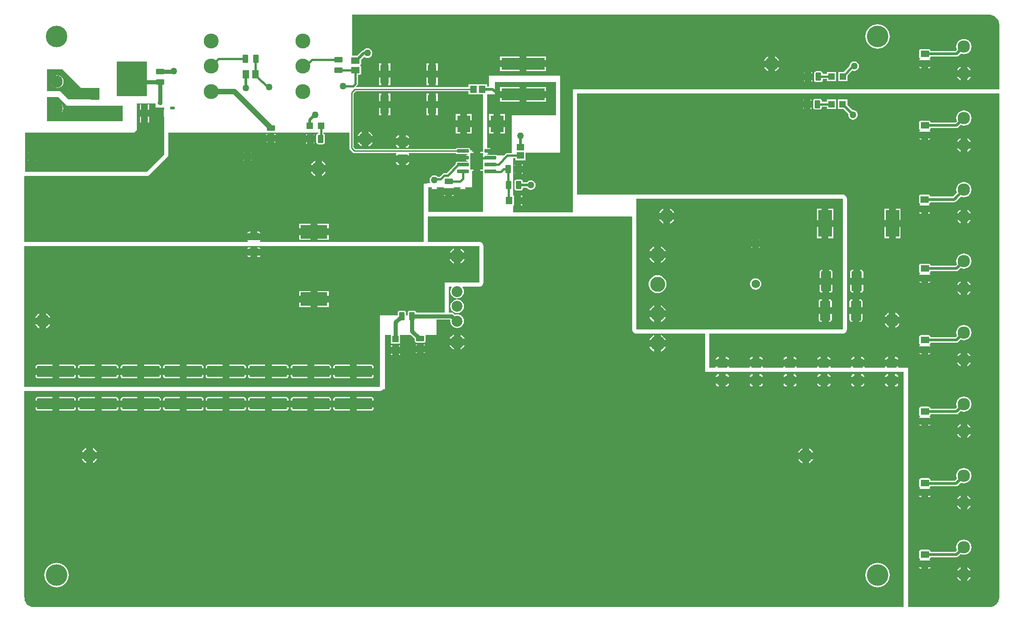
<source format=gtl>
G04*
G04 #@! TF.GenerationSoftware,Altium Limited,Altium Designer,19.1.7 (138)*
G04*
G04 Layer_Physical_Order=1*
G04 Layer_Color=255*
%FSLAX25Y25*%
%MOIN*%
G70*
G01*
G75*
%ADD11C,0.01000*%
G04:AMPARAMS|DCode=20|XSize=49.21mil|YSize=62.99mil|CornerRadius=4.92mil|HoleSize=0mil|Usage=FLASHONLY|Rotation=270.000|XOffset=0mil|YOffset=0mil|HoleType=Round|Shape=RoundedRectangle|*
%AMROUNDEDRECTD20*
21,1,0.04921,0.05315,0,0,270.0*
21,1,0.03937,0.06299,0,0,270.0*
1,1,0.00984,-0.02657,-0.01968*
1,1,0.00984,-0.02657,0.01968*
1,1,0.00984,0.02657,0.01968*
1,1,0.00984,0.02657,-0.01968*
%
%ADD20ROUNDEDRECTD20*%
G04:AMPARAMS|DCode=21|XSize=74.8mil|YSize=68.9mil|CornerRadius=6.89mil|HoleSize=0mil|Usage=FLASHONLY|Rotation=180.000|XOffset=0mil|YOffset=0mil|HoleType=Round|Shape=RoundedRectangle|*
%AMROUNDEDRECTD21*
21,1,0.07480,0.05512,0,0,180.0*
21,1,0.06102,0.06890,0,0,180.0*
1,1,0.01378,-0.03051,0.02756*
1,1,0.01378,0.03051,0.02756*
1,1,0.01378,0.03051,-0.02756*
1,1,0.01378,-0.03051,-0.02756*
%
%ADD21ROUNDEDRECTD21*%
%ADD22R,0.06299X0.13780*%
%ADD23R,0.05118X0.05512*%
G04:AMPARAMS|DCode=24|XSize=41.34mil|YSize=59.06mil|CornerRadius=4.13mil|HoleSize=0mil|Usage=FLASHONLY|Rotation=180.000|XOffset=0mil|YOffset=0mil|HoleType=Round|Shape=RoundedRectangle|*
%AMROUNDEDRECTD24*
21,1,0.04134,0.05079,0,0,180.0*
21,1,0.03307,0.05906,0,0,180.0*
1,1,0.00827,-0.01654,0.02539*
1,1,0.00827,0.01654,0.02539*
1,1,0.00827,0.01654,-0.02539*
1,1,0.00827,-0.01654,-0.02539*
%
%ADD24ROUNDEDRECTD24*%
G04:AMPARAMS|DCode=25|XSize=41.34mil|YSize=59.06mil|CornerRadius=4.13mil|HoleSize=0mil|Usage=FLASHONLY|Rotation=270.000|XOffset=0mil|YOffset=0mil|HoleType=Round|Shape=RoundedRectangle|*
%AMROUNDEDRECTD25*
21,1,0.04134,0.05079,0,0,270.0*
21,1,0.03307,0.05906,0,0,270.0*
1,1,0.00827,-0.02539,-0.01654*
1,1,0.00827,-0.02539,0.01654*
1,1,0.00827,0.02539,0.01654*
1,1,0.00827,0.02539,-0.01654*
%
%ADD25ROUNDEDRECTD25*%
%ADD26R,0.09449X0.12205*%
G04:AMPARAMS|DCode=27|XSize=86.61mil|YSize=23.62mil|CornerRadius=1.77mil|HoleSize=0mil|Usage=FLASHONLY|Rotation=0.000|XOffset=0mil|YOffset=0mil|HoleType=Round|Shape=RoundedRectangle|*
%AMROUNDEDRECTD27*
21,1,0.08661,0.02008,0,0,0.0*
21,1,0.08307,0.02362,0,0,0.0*
1,1,0.00354,0.04153,-0.01004*
1,1,0.00354,-0.04153,-0.01004*
1,1,0.00354,-0.04153,0.01004*
1,1,0.00354,0.04153,0.01004*
%
%ADD27ROUNDEDRECTD27*%
G04:AMPARAMS|DCode=28|XSize=145.67mil|YSize=74.8mil|CornerRadius=7.48mil|HoleSize=0mil|Usage=FLASHONLY|Rotation=90.000|XOffset=0mil|YOffset=0mil|HoleType=Round|Shape=RoundedRectangle|*
%AMROUNDEDRECTD28*
21,1,0.14567,0.05984,0,0,90.0*
21,1,0.13071,0.07480,0,0,90.0*
1,1,0.01496,0.02992,0.06535*
1,1,0.01496,0.02992,-0.06535*
1,1,0.01496,-0.02992,-0.06535*
1,1,0.01496,-0.02992,0.06535*
%
%ADD28ROUNDEDRECTD28*%
G04:AMPARAMS|DCode=29|XSize=78.74mil|YSize=51.18mil|CornerRadius=5.12mil|HoleSize=0mil|Usage=FLASHONLY|Rotation=0.000|XOffset=0mil|YOffset=0mil|HoleType=Round|Shape=RoundedRectangle|*
%AMROUNDEDRECTD29*
21,1,0.07874,0.04095,0,0,0.0*
21,1,0.06850,0.05118,0,0,0.0*
1,1,0.01024,0.03425,-0.02047*
1,1,0.01024,-0.03425,-0.02047*
1,1,0.01024,-0.03425,0.02047*
1,1,0.01024,0.03425,0.02047*
%
%ADD29ROUNDEDRECTD29*%
%ADD30R,0.21850X0.25591*%
%ADD31R,0.04921X0.11221*%
%ADD32R,0.31500X0.08700*%
%ADD33R,0.09843X0.19685*%
%ADD34R,0.19685X0.09843*%
%ADD35R,0.04724X0.04724*%
%ADD36R,0.09646X0.12402*%
%ADD37R,0.04724X0.04724*%
%ADD38R,0.03543X0.02362*%
%ADD39R,0.06417X0.08584*%
G04:AMPARAMS|DCode=40|XSize=49.21mil|YSize=62.99mil|CornerRadius=4.92mil|HoleSize=0mil|Usage=FLASHONLY|Rotation=0.000|XOffset=0mil|YOffset=0mil|HoleType=Round|Shape=RoundedRectangle|*
%AMROUNDEDRECTD40*
21,1,0.04921,0.05315,0,0,0.0*
21,1,0.03937,0.06299,0,0,0.0*
1,1,0.00984,0.01968,-0.02657*
1,1,0.00984,-0.01968,-0.02657*
1,1,0.00984,-0.01968,0.02657*
1,1,0.00984,0.01968,0.02657*
%
%ADD40ROUNDEDRECTD40*%
G04:AMPARAMS|DCode=41|XSize=78.74mil|YSize=275.59mil|CornerRadius=7.87mil|HoleSize=0mil|Usage=FLASHONLY|Rotation=90.000|XOffset=0mil|YOffset=0mil|HoleType=Round|Shape=RoundedRectangle|*
%AMROUNDEDRECTD41*
21,1,0.07874,0.25984,0,0,90.0*
21,1,0.06299,0.27559,0,0,90.0*
1,1,0.01575,0.12992,0.03150*
1,1,0.01575,0.12992,-0.03150*
1,1,0.01575,-0.12992,-0.03150*
1,1,0.01575,-0.12992,0.03150*
%
%ADD41ROUNDEDRECTD41*%
%ADD42R,0.05512X0.05118*%
%ADD73C,0.06200*%
%ADD75C,0.02480*%
%ADD76C,0.02000*%
%ADD77C,0.01600*%
%ADD78C,0.07000*%
%ADD79C,0.04000*%
%ADD80C,0.01500*%
%ADD81C,0.03000*%
%ADD82C,0.02500*%
%ADD83C,0.06000*%
%ADD84C,0.10000*%
%ADD85C,0.10925*%
%ADD86C,0.09961*%
%ADD87C,0.07953*%
%ADD88C,0.10984*%
%ADD89C,0.15748*%
%ADD90C,0.09055*%
%ADD91C,0.05827*%
%ADD92C,0.05000*%
G36*
X706134Y434976D02*
X706203Y434962D01*
X706992Y434952D01*
X708535Y434627D01*
X709986Y434011D01*
X711291Y433125D01*
X712400Y432004D01*
X713271Y430690D01*
X713872Y429232D01*
X714180Y427685D01*
X714182Y426879D01*
X714184Y426869D01*
X714162Y426763D01*
Y380300D01*
X402307D01*
Y290500D01*
X358700D01*
Y295244D01*
X359450D01*
Y299000D01*
Y302756D01*
X358700D01*
Y330015D01*
X360344D01*
Y328291D01*
X367856D01*
Y333900D01*
X393107D01*
X393100Y380300D01*
Y390300D01*
X340994D01*
Y382439D01*
X339609D01*
Y384156D01*
X326191D01*
Y381929D01*
X244178D01*
X243987Y382391D01*
X244780Y383184D01*
X245177Y383780D01*
X245317Y384482D01*
Y390883D01*
X246158D01*
X246740Y390998D01*
X247233Y391328D01*
X247563Y391822D01*
X247679Y392404D01*
Y396341D01*
X247563Y396923D01*
X247233Y397417D01*
X246938Y397614D01*
Y398178D01*
X247233Y398375D01*
X247563Y398869D01*
X247679Y399451D01*
Y402026D01*
X249947Y404294D01*
X250535Y403843D01*
X251386Y403490D01*
X252300Y403370D01*
X253214Y403490D01*
X254065Y403843D01*
X254796Y404404D01*
X255357Y405135D01*
X255710Y405986D01*
X255830Y406900D01*
X255710Y407814D01*
X255357Y408665D01*
X254796Y409396D01*
X254065Y409957D01*
X253214Y410310D01*
X252300Y410430D01*
X251386Y410310D01*
X250535Y409957D01*
X249804Y409396D01*
X249414Y408888D01*
X248889Y408784D01*
X248227Y408342D01*
X244795Y404910D01*
X241207D01*
X241207Y434978D01*
X706134Y434976D01*
D02*
G37*
G36*
X29500Y394900D02*
X42939Y381461D01*
X56308Y381461D01*
Y372877D01*
X33796D01*
X27772Y378900D01*
X18100D01*
X18100Y394900D01*
X29500Y394900D01*
D02*
G37*
G36*
X390074Y385608D02*
Y380300D01*
X390074Y380300D01*
X390074Y380299D01*
X390077Y361654D01*
X389723Y361301D01*
X369601Y361301D01*
X357600Y361301D01*
X357600Y333686D01*
X354550D01*
X353848Y333546D01*
X353253Y333148D01*
X352005Y331900D01*
X347304Y331900D01*
X347202Y332053D01*
X346813Y332313D01*
X346354Y332404D01*
X339882D01*
X339605Y332904D01*
X339662Y332996D01*
X341215D01*
X339700Y333905D01*
X339747Y334019D01*
X339850Y334802D01*
Y335200D01*
X342200D01*
Y337404D01*
X339850D01*
X339850Y376600D01*
X345300D01*
X345300Y385608D01*
X390074Y385608D01*
D02*
G37*
G36*
X26232Y374700D02*
X32621Y368312D01*
X57739D01*
X73507Y368312D01*
X73507Y357091D01*
X57409Y357091D01*
X18100Y357098D01*
X18100Y374700D01*
X26232Y374700D01*
D02*
G37*
G36*
X97400Y366900D02*
X103700D01*
Y365576D01*
X103544Y365141D01*
X103272Y365141D01*
Y362960D01*
Y360779D01*
X103544D01*
X103700Y360343D01*
Y332800D01*
X90900Y320000D01*
X2000Y320000D01*
X2000Y348800D01*
X81900Y348800D01*
X83700Y350600D01*
X83700Y369900D01*
X97400D01*
Y366900D01*
D02*
G37*
G36*
X216499Y348800D02*
Y348080D01*
X216306D01*
X215755Y347971D01*
X215287Y347658D01*
X214975Y347191D01*
X214865Y346639D01*
Y341561D01*
X214975Y341009D01*
X215287Y340542D01*
X215755Y340229D01*
X216306Y340120D01*
X219613D01*
X220165Y340229D01*
X220632Y340542D01*
X220945Y341009D01*
X221055Y341561D01*
Y346639D01*
X220945Y347191D01*
X220632Y347658D01*
X220169Y347968D01*
Y348800D01*
X239071Y348800D01*
Y337391D01*
X239187Y336806D01*
X239519Y336310D01*
X240100Y335729D01*
Y335700D01*
X240128D01*
X241710Y334119D01*
X242206Y333787D01*
X242791Y333671D01*
X273161D01*
X273428Y333171D01*
X273258Y332916D01*
X273127Y332257D01*
Y332001D01*
X277900D01*
X282673D01*
Y332257D01*
X282542Y332916D01*
X282372Y333171D01*
X282639Y333671D01*
X316782D01*
X316998Y333347D01*
X317387Y333087D01*
X317846Y332996D01*
X325300D01*
Y332404D01*
X324500D01*
Y330200D01*
Y327996D01*
X325300D01*
Y327404D01*
X317846D01*
X317387Y327313D01*
X316998Y327053D01*
X316738Y326663D01*
X316646Y326204D01*
Y325591D01*
X310090Y319035D01*
X308520D01*
X307818Y318896D01*
X307222Y318498D01*
X305110Y316386D01*
X303604D01*
X303596Y316396D01*
X302865Y316957D01*
X302014Y317310D01*
X301100Y317430D01*
X300186Y317310D01*
X299335Y316957D01*
X298604Y316396D01*
X298043Y315665D01*
X297690Y314814D01*
X297570Y313900D01*
X297690Y312986D01*
X298043Y312135D01*
X298089Y312074D01*
X297868Y311626D01*
X296600D01*
X295817Y311523D01*
X295762Y311500D01*
X293500D01*
X293500Y268826D01*
X173749D01*
X173597Y269326D01*
X173815Y269472D01*
X174149Y269971D01*
X174177Y270109D01*
X164423D01*
X164451Y269971D01*
X164785Y269472D01*
X165003Y269326D01*
X164851Y268826D01*
X1538D01*
Y316656D01*
X1865Y316943D01*
X2038Y316974D01*
X90900Y316974D01*
X91683Y317077D01*
X92413Y317379D01*
X93040Y317860D01*
X93040Y317860D01*
X105840Y330660D01*
X106321Y331287D01*
X106623Y332017D01*
X106726Y332800D01*
Y348800D01*
X216499Y348800D01*
D02*
G37*
G36*
X326191Y376644D02*
X336824D01*
X336824Y334802D01*
X334600D01*
Y327700D01*
Y320598D01*
X336824D01*
X336824Y290800D01*
X296600Y290800D01*
X296600Y308600D01*
X299439D01*
X299538Y308100D01*
X299435Y308057D01*
X298709Y307500D01*
X303691D01*
X302965Y308057D01*
X302862Y308100D01*
X302961Y308600D01*
X307971D01*
X308118Y308179D01*
X308133Y308100D01*
X308026Y307940D01*
X311700D01*
X315374D01*
X315267Y308100D01*
X315282Y308179D01*
X315429Y308600D01*
X320239D01*
X320338Y308100D01*
X320235Y308057D01*
X319509Y307500D01*
X324491D01*
X323765Y308057D01*
X323662Y308100D01*
X323761Y308600D01*
X328700D01*
Y314300D01*
X328800D01*
Y320598D01*
X329600D01*
Y327700D01*
Y334802D01*
X328800D01*
Y335800D01*
X327354D01*
Y336204D01*
X327262Y336663D01*
X327002Y337053D01*
X326613Y337313D01*
X326153Y337404D01*
X317846D01*
X317387Y337313D01*
X316998Y337053D01*
X316782Y336729D01*
X243425D01*
X242129Y338025D01*
Y377366D01*
X243634Y378871D01*
X326191D01*
Y376644D01*
D02*
G37*
G36*
X445774Y287108D02*
Y204700D01*
X445877Y203917D01*
X446179Y203187D01*
X446660Y202560D01*
X447287Y202080D01*
X448017Y201777D01*
X448800Y201674D01*
X498900D01*
X498900Y173800D01*
X501803D01*
X502000Y173774D01*
X506541D01*
X506688Y173793D01*
X506837Y173789D01*
X506886Y173800D01*
X516314D01*
X516363Y173789D01*
X516512Y173793D01*
X516659Y173774D01*
X531281D01*
X531428Y173793D01*
X531577Y173789D01*
X531626Y173800D01*
X541054D01*
X541103Y173789D01*
X541252Y173794D01*
X541399Y173774D01*
X556021D01*
X556168Y173794D01*
X556317Y173789D01*
X556366Y173800D01*
X565794D01*
X565843Y173789D01*
X565991Y173794D01*
X566139Y173774D01*
X580761D01*
X580908Y173794D01*
X581057Y173789D01*
X581106Y173800D01*
X590534D01*
X590583Y173789D01*
X590731Y173794D01*
X590879Y173774D01*
X605501D01*
X605648Y173794D01*
X605797Y173789D01*
X605846Y173800D01*
X615274D01*
X615323Y173789D01*
X615472Y173794D01*
X615619Y173774D01*
X630241D01*
X630388Y173794D01*
X630537Y173789D01*
X630586Y173800D01*
X640014D01*
X640063Y173789D01*
X640212Y173794D01*
X640359Y173774D01*
X644200D01*
Y1538D01*
X8633Y1538D01*
X7943D01*
X6588Y1805D01*
X5310Y2328D01*
X4157Y3090D01*
X3173Y4059D01*
X2395Y5200D01*
X1853Y6470D01*
X1565Y7826D01*
X1551Y8538D01*
X1536Y8607D01*
X1538Y8616D01*
Y8655D01*
X1538Y8657D01*
X1538Y8662D01*
Y159774D01*
X261375D01*
X261762Y159825D01*
X262149Y159875D01*
X262154Y159877D01*
X262159Y159877D01*
X262519Y160027D01*
X262880Y160175D01*
X262884Y160178D01*
X262888Y160179D01*
X263198Y160417D01*
X263508Y160653D01*
X263511Y160657D01*
X263515Y160660D01*
X263752Y160969D01*
X263853Y161100D01*
X265100D01*
X265100Y200700D01*
X269464D01*
Y194412D01*
X276188D01*
Y200700D01*
X282900D01*
X283976D01*
X286820Y197856D01*
Y196416D01*
X286929Y195864D01*
X287242Y195397D01*
X287709Y195084D01*
X288261Y194975D01*
X293339D01*
X293891Y195084D01*
X294358Y195397D01*
X294671Y195864D01*
X294780Y196416D01*
Y199723D01*
X294686Y200200D01*
X294899Y200700D01*
X302600Y200700D01*
Y211951D01*
X312510D01*
X312890Y211572D01*
X312781Y210744D01*
X312952Y209445D01*
X313453Y208234D01*
X314251Y207195D01*
X315290Y206397D01*
X316501Y205896D01*
X317800Y205725D01*
X319099Y205896D01*
X320310Y206397D01*
X321349Y207195D01*
X322147Y208234D01*
X322648Y209445D01*
X322819Y210744D01*
X322648Y212043D01*
X322147Y213254D01*
X321349Y214293D01*
X320310Y215091D01*
X319099Y215592D01*
X317800Y215763D01*
X316501Y215592D01*
X316202Y215469D01*
X315369Y216302D01*
X314542Y216855D01*
X313566Y217049D01*
X311626D01*
X311626Y235874D01*
X313599D01*
X313821Y235426D01*
X313453Y234947D01*
X312952Y233736D01*
X312781Y232437D01*
X312952Y231138D01*
X313453Y229927D01*
X314251Y228888D01*
X315290Y228090D01*
X316501Y227589D01*
X317800Y227418D01*
X319099Y227589D01*
X320310Y228090D01*
X321349Y228888D01*
X322147Y229927D01*
X322648Y231138D01*
X322819Y232437D01*
X322648Y233736D01*
X322147Y234947D01*
X321779Y235426D01*
X322001Y235874D01*
X333900Y235874D01*
X334683Y235977D01*
X335413Y236280D01*
X336040Y236760D01*
X336521Y237387D01*
X336823Y238117D01*
X336926Y238900D01*
Y265800D01*
X336823Y266583D01*
X336521Y267313D01*
X336040Y267940D01*
X335413Y268421D01*
X334683Y268723D01*
X333900Y268826D01*
X296526D01*
X296526Y287230D01*
X445420Y287462D01*
X445774Y287108D01*
D02*
G37*
G36*
X333900Y238900D02*
X308600Y238900D01*
X308600Y217049D01*
X287953D01*
X287845Y217591D01*
X287532Y218058D01*
X287065Y218371D01*
X286513Y218480D01*
X283206D01*
X282655Y218371D01*
X282187Y218058D01*
X281875Y217591D01*
X281765Y217039D01*
Y215100D01*
X280435D01*
Y217039D01*
X280325Y217591D01*
X280013Y218058D01*
X279545Y218371D01*
X278994Y218480D01*
X275687D01*
X275135Y218371D01*
X274668Y218058D01*
X274355Y217591D01*
X274246Y217039D01*
Y215100D01*
X261547D01*
X261375Y162800D01*
X1538D01*
Y265800D01*
X333900D01*
Y238900D01*
D02*
G37*
G36*
X599600Y204700D02*
X448800D01*
Y300300D01*
X599600D01*
Y204700D01*
D02*
G37*
G36*
X714162Y9600D02*
Y8804D01*
X713852Y7243D01*
X713243Y5772D01*
X712358Y4448D01*
X711233Y3323D01*
X709909Y2438D01*
X708438Y1829D01*
X706877Y1518D01*
X706063D01*
X706052Y1516D01*
X705943Y1538D01*
X647300Y1538D01*
X647300Y176800D01*
X640359D01*
X640042Y177187D01*
X640073Y177343D01*
Y177599D01*
X635300D01*
X630527D01*
Y177343D01*
X630558Y177187D01*
X630241Y176800D01*
X615619D01*
X615302Y177187D01*
X615333Y177343D01*
Y177599D01*
X610560D01*
X605787D01*
Y177343D01*
X605818Y177187D01*
X605501Y176800D01*
X590879D01*
X590562Y177187D01*
X590593Y177343D01*
Y177599D01*
X585820D01*
X581047D01*
Y177343D01*
X581078Y177187D01*
X580761Y176800D01*
X566139D01*
X565822Y177187D01*
X565853Y177343D01*
Y177599D01*
X561080D01*
X556307D01*
Y177343D01*
X556338Y177187D01*
X556021Y176800D01*
X541399D01*
X541082Y177187D01*
X541113Y177343D01*
Y177599D01*
X536340D01*
X531567D01*
Y177343D01*
X531598Y177187D01*
X531281Y176800D01*
X516659D01*
X516342Y177187D01*
X516373Y177343D01*
Y177599D01*
X511600D01*
X506827D01*
Y177343D01*
X506858Y177187D01*
X506541Y176800D01*
X502000D01*
X502000Y201674D01*
X599600D01*
X600383Y201777D01*
X601113Y202080D01*
X601740Y202560D01*
X602220Y203187D01*
X602523Y203917D01*
X602626Y204700D01*
Y300300D01*
X602523Y301083D01*
X602220Y301813D01*
X601740Y302440D01*
X601113Y302921D01*
X600383Y303223D01*
X599600Y303326D01*
Y303400D01*
X405333Y303400D01*
Y377274D01*
X714162D01*
Y9600D01*
D02*
G37*
%LPC*%
G36*
X625000Y427917D02*
X623260Y427746D01*
X621588Y427238D01*
X620046Y426414D01*
X618695Y425305D01*
X617586Y423954D01*
X616762Y422412D01*
X616254Y420740D01*
X616083Y419000D01*
X616254Y417260D01*
X616762Y415588D01*
X617586Y414046D01*
X618695Y412695D01*
X620046Y411586D01*
X621588Y410762D01*
X623260Y410254D01*
X625000Y410083D01*
X626740Y410254D01*
X628412Y410762D01*
X629954Y411586D01*
X631305Y412695D01*
X632414Y414046D01*
X633238Y415588D01*
X633746Y417260D01*
X633917Y419000D01*
X633746Y420740D01*
X633238Y422412D01*
X632414Y423954D01*
X631305Y425305D01*
X629954Y426414D01*
X628412Y427238D01*
X626740Y427746D01*
X625000Y427917D01*
D02*
G37*
G36*
X688100Y417175D02*
X686657Y416985D01*
X685312Y416428D01*
X684158Y415542D01*
X683272Y414388D01*
X682715Y413043D01*
X682525Y411600D01*
X682715Y410157D01*
X683025Y409409D01*
X681916Y408300D01*
X663765D01*
X663663Y408812D01*
X663333Y409305D01*
X662840Y409635D01*
X662257Y409751D01*
X656943D01*
X656360Y409635D01*
X655867Y409305D01*
X655537Y408812D01*
X655421Y408229D01*
Y404292D01*
X655537Y403710D01*
X655867Y403217D01*
X656162Y403019D01*
Y402455D01*
X655867Y402258D01*
X655537Y401764D01*
X655527Y401714D01*
X659600D01*
X663673D01*
X663663Y401764D01*
X663333Y402258D01*
X663038Y402455D01*
Y403019D01*
X663333Y403217D01*
X663663Y403710D01*
X663765Y404222D01*
X682761D01*
X683541Y404377D01*
X684203Y404819D01*
X685909Y406525D01*
X686657Y406215D01*
X688100Y406025D01*
X689543Y406215D01*
X690888Y406772D01*
X692042Y407658D01*
X692928Y408812D01*
X693485Y410157D01*
X693675Y411600D01*
X693485Y413043D01*
X692928Y414388D01*
X692042Y415542D01*
X690888Y416428D01*
X689543Y416985D01*
X688100Y417175D01*
D02*
G37*
G36*
X382650Y404500D02*
X368400D01*
Y401650D01*
X382650D01*
Y404500D01*
D02*
G37*
G36*
X363400D02*
X349150D01*
Y401650D01*
X363400D01*
Y404500D01*
D02*
G37*
G36*
X550100Y404467D02*
Y401500D01*
X553067D01*
X552613Y402350D01*
X551863Y403263D01*
X550949Y404013D01*
X550100Y404467D01*
D02*
G37*
G36*
X545100D02*
X544250Y404013D01*
X543337Y403263D01*
X542587Y402350D01*
X542133Y401500D01*
X545100D01*
Y404467D01*
D02*
G37*
G36*
X663673Y396714D02*
X662100D01*
Y395724D01*
X662257D01*
X662840Y395840D01*
X663333Y396169D01*
X663663Y396663D01*
X663673Y396714D01*
D02*
G37*
G36*
X657100D02*
X655527D01*
X655537Y396663D01*
X655867Y396169D01*
X656360Y395840D01*
X656943Y395724D01*
X657100D01*
Y396714D01*
D02*
G37*
G36*
X690600Y396862D02*
Y394415D01*
X693048D01*
X692928Y394703D01*
X692042Y395857D01*
X690888Y396743D01*
X690600Y396862D01*
D02*
G37*
G36*
X685600D02*
X685312Y396743D01*
X684158Y395857D01*
X683272Y394703D01*
X683152Y394415D01*
X685600D01*
Y396862D01*
D02*
G37*
G36*
X303650Y399237D02*
X302000D01*
Y393847D01*
X303650D01*
Y399237D01*
D02*
G37*
G36*
X297000D02*
X295350D01*
Y393847D01*
X297000D01*
Y399237D01*
D02*
G37*
G36*
X268885Y399236D02*
X267235D01*
Y393846D01*
X268885D01*
Y399236D01*
D02*
G37*
G36*
X262235D02*
X260585D01*
Y393846D01*
X262235D01*
Y399236D01*
D02*
G37*
G36*
X382650Y396650D02*
X368400D01*
Y393800D01*
X382650D01*
Y396650D01*
D02*
G37*
G36*
X363400D02*
X349150D01*
Y393800D01*
X363400D01*
Y396650D01*
D02*
G37*
G36*
X608000Y400830D02*
X607086Y400710D01*
X606235Y400357D01*
X605504Y399796D01*
X604943Y399065D01*
X604590Y398214D01*
X604470Y397300D01*
X604486Y397181D01*
X600467Y393162D01*
X596338D01*
Y386438D01*
X603062D01*
Y390567D01*
X606591Y394095D01*
X607086Y393890D01*
X608000Y393770D01*
X608914Y393890D01*
X609765Y394243D01*
X610496Y394804D01*
X611057Y395535D01*
X611410Y396386D01*
X611530Y397300D01*
X611410Y398214D01*
X611057Y399065D01*
X610496Y399796D01*
X609765Y400357D01*
X608914Y400710D01*
X608000Y400830D01*
D02*
G37*
G36*
X553067Y396500D02*
X550100D01*
Y393533D01*
X550949Y393987D01*
X551863Y394737D01*
X552613Y395651D01*
X553067Y396500D01*
D02*
G37*
G36*
X545100D02*
X542133D01*
X542587Y395651D01*
X543337Y394737D01*
X544250Y393987D01*
X545100Y393533D01*
Y396500D01*
D02*
G37*
G36*
X576840Y393274D02*
Y392100D01*
X577435D01*
Y392139D01*
X577325Y392691D01*
X577013Y393158D01*
X576840Y393274D01*
D02*
G37*
G36*
X571840Y393274D02*
X571668Y393158D01*
X571355Y392691D01*
X571245Y392139D01*
Y392100D01*
X571840D01*
Y393274D01*
D02*
G37*
G36*
X693048Y389415D02*
X690600D01*
Y386967D01*
X690888Y387087D01*
X692042Y387973D01*
X692928Y389127D01*
X693048Y389415D01*
D02*
G37*
G36*
X685600D02*
X683152D01*
X683272Y389127D01*
X684158Y387973D01*
X685312Y387087D01*
X685600Y386967D01*
Y389415D01*
D02*
G37*
G36*
X583513Y393580D02*
X580206D01*
X579655Y393471D01*
X579187Y393158D01*
X578875Y392691D01*
X578765Y392139D01*
Y387061D01*
X578875Y386509D01*
X579187Y386042D01*
X579655Y385729D01*
X580206Y385620D01*
X583513D01*
X584065Y385729D01*
X584532Y386042D01*
X584845Y386509D01*
X584955Y387061D01*
Y387865D01*
X588070D01*
Y386438D01*
X594795D01*
Y393162D01*
X588070D01*
Y391535D01*
X584955D01*
Y392139D01*
X584845Y392691D01*
X584532Y393158D01*
X584065Y393471D01*
X583513Y393580D01*
D02*
G37*
G36*
X577435Y387100D02*
X576840D01*
Y385926D01*
X577013Y386042D01*
X577325Y386509D01*
X577435Y387061D01*
Y387100D01*
D02*
G37*
G36*
X571840D02*
X571245D01*
Y387061D01*
X571355Y386509D01*
X571668Y386042D01*
X571840Y385926D01*
Y387100D01*
D02*
G37*
G36*
X303650Y388847D02*
X302000D01*
Y383457D01*
X303650D01*
Y388847D01*
D02*
G37*
G36*
X297000D02*
X295350D01*
Y383457D01*
X297000D01*
Y388847D01*
D02*
G37*
G36*
X268885Y388846D02*
X267235D01*
Y383456D01*
X268885D01*
Y388846D01*
D02*
G37*
G36*
X262235D02*
X260585D01*
Y383456D01*
X262235D01*
Y388846D01*
D02*
G37*
G36*
X365213Y325674D02*
Y324500D01*
X365807D01*
Y324539D01*
X365698Y325091D01*
X365385Y325558D01*
X365213Y325674D01*
D02*
G37*
G36*
X360213D02*
X360040Y325558D01*
X359728Y325091D01*
X359618Y324539D01*
Y324500D01*
X360213D01*
Y325674D01*
D02*
G37*
G36*
X365807Y319500D02*
X365213D01*
Y318326D01*
X365385Y318442D01*
X365698Y318909D01*
X365807Y319461D01*
Y319500D01*
D02*
G37*
G36*
X360213D02*
X359618D01*
Y319461D01*
X359728Y318909D01*
X360040Y318442D01*
X360213Y318326D01*
Y319500D01*
D02*
G37*
G36*
X364413Y314280D02*
X361106D01*
X360555Y314171D01*
X360087Y313858D01*
X359775Y313391D01*
X359665Y312839D01*
Y307761D01*
X359775Y307209D01*
X360087Y306742D01*
X360555Y306429D01*
X361106Y306320D01*
X364413D01*
X364965Y306429D01*
X365432Y306742D01*
X365745Y307209D01*
X365855Y307761D01*
Y308261D01*
X368753D01*
X369104Y307804D01*
X369835Y307243D01*
X370686Y306890D01*
X371600Y306770D01*
X372514Y306890D01*
X373365Y307243D01*
X374096Y307804D01*
X374657Y308535D01*
X375010Y309386D01*
X375130Y310300D01*
X375010Y311214D01*
X374657Y312065D01*
X374096Y312796D01*
X373365Y313357D01*
X372514Y313710D01*
X371600Y313830D01*
X370686Y313710D01*
X369835Y313357D01*
X369104Y312796D01*
X368753Y312339D01*
X365855D01*
Y312839D01*
X365745Y313391D01*
X365432Y313858D01*
X364965Y314171D01*
X364413Y314280D01*
D02*
G37*
G36*
X365509Y302756D02*
X364450D01*
Y301500D01*
X365509D01*
Y302756D01*
D02*
G37*
G36*
Y296500D02*
X364450D01*
Y295244D01*
X365509D01*
Y296500D01*
D02*
G37*
G36*
X25656Y390581D02*
X25100D01*
X23925Y390427D01*
X22831Y389973D01*
X21891Y389252D01*
X21169Y388312D01*
X20716Y387217D01*
X20561Y386042D01*
X20716Y384868D01*
X21169Y383773D01*
X21891Y382833D01*
X22831Y382112D01*
X23925Y381658D01*
X25100Y381504D01*
X25656D01*
X26831Y381658D01*
X27926Y382112D01*
X28866Y382833D01*
X29587Y383773D01*
X30040Y384868D01*
X30195Y386042D01*
X30040Y387217D01*
X29587Y388312D01*
X28866Y389252D01*
X27926Y389973D01*
X26831Y390427D01*
X25656Y390581D01*
D02*
G37*
G36*
X382650Y382000D02*
X368400D01*
Y379150D01*
X382650D01*
Y382000D01*
D02*
G37*
G36*
X363400D02*
X349150D01*
Y379150D01*
X363400D01*
Y382000D01*
D02*
G37*
G36*
X382650Y374150D02*
X368400D01*
Y371300D01*
X382650D01*
Y374150D01*
D02*
G37*
G36*
X363400D02*
X349150D01*
Y371300D01*
X363400D01*
Y374150D01*
D02*
G37*
G36*
X352823Y362301D02*
X349500D01*
Y357600D01*
X352823D01*
Y362301D01*
D02*
G37*
G36*
X344500D02*
X341177D01*
Y357600D01*
X344500D01*
Y362301D01*
D02*
G37*
G36*
X352823Y352600D02*
X349500D01*
Y347899D01*
X352823D01*
Y352600D01*
D02*
G37*
G36*
X344500D02*
X341177D01*
Y347899D01*
X344500D01*
Y352600D01*
D02*
G37*
G36*
X25927Y370392D02*
X25100D01*
X24056Y370254D01*
X23083Y369851D01*
X22247Y369210D01*
X21606Y368375D01*
X21203Y367402D01*
X21066Y366357D01*
X21203Y365313D01*
X21606Y364340D01*
X22247Y363505D01*
X23083Y362863D01*
X24056Y362460D01*
X25100Y362323D01*
X25927D01*
X26971Y362460D01*
X27944Y362863D01*
X28780Y363505D01*
X29421Y364340D01*
X29824Y365313D01*
X29961Y366357D01*
X29824Y367402D01*
X29421Y368375D01*
X28780Y369210D01*
X27944Y369851D01*
X26971Y370254D01*
X25927Y370392D01*
D02*
G37*
G36*
X92814Y369312D02*
X91853D01*
Y365202D01*
X92814D01*
Y369312D01*
D02*
G37*
G36*
X86853D02*
X85893D01*
Y365202D01*
X86853D01*
Y369312D01*
D02*
G37*
G36*
X92814Y360202D02*
X91853D01*
Y356091D01*
X92814D01*
Y360202D01*
D02*
G37*
G36*
X86853D02*
X85893D01*
Y356091D01*
X86853D01*
Y360202D01*
D02*
G37*
G36*
X9560Y334214D02*
Y333700D01*
X10074D01*
X9851Y333991D01*
X9560Y334214D01*
D02*
G37*
G36*
X4560D02*
X4269Y333991D01*
X4045Y333700D01*
X4560D01*
Y334214D01*
D02*
G37*
G36*
X10074Y328700D02*
X9560D01*
Y328186D01*
X9851Y328409D01*
X10074Y328700D01*
D02*
G37*
G36*
X4560D02*
X4045D01*
X4269Y328409D01*
X4560Y328186D01*
Y328700D01*
D02*
G37*
G36*
X184239Y347635D02*
X184200D01*
Y347040D01*
X185374D01*
X185258Y347213D01*
X184791Y347525D01*
X184239Y347635D01*
D02*
G37*
G36*
X179200D02*
X179161D01*
X178609Y347525D01*
X178142Y347213D01*
X178026Y347040D01*
X179200D01*
Y347635D01*
D02*
G37*
G36*
X212940Y347774D02*
Y346600D01*
X213535D01*
Y346639D01*
X213425Y347191D01*
X213113Y347658D01*
X212940Y347774D01*
D02*
G37*
G36*
X207940Y347774D02*
X207768Y347658D01*
X207455Y347191D01*
X207346Y346639D01*
Y346600D01*
X207940D01*
Y347774D01*
D02*
G37*
G36*
X185374Y342040D02*
X184200D01*
Y341445D01*
X184239D01*
X184791Y341555D01*
X185258Y341868D01*
X185374Y342040D01*
D02*
G37*
G36*
X179200D02*
X178026D01*
X178142Y341868D01*
X178609Y341555D01*
X179161Y341445D01*
X179200D01*
Y342040D01*
D02*
G37*
G36*
X213535Y341600D02*
X212940D01*
Y340426D01*
X213113Y340542D01*
X213425Y341009D01*
X213535Y341561D01*
Y341600D01*
D02*
G37*
G36*
X207940D02*
X207346D01*
Y341561D01*
X207455Y341009D01*
X207768Y340542D01*
X207940Y340426D01*
Y341600D01*
D02*
G37*
G36*
X167040Y334214D02*
Y333700D01*
X167555D01*
X167331Y333991D01*
X167040Y334214D01*
D02*
G37*
G36*
X162040D02*
X161749Y333991D01*
X161526Y333700D01*
X162040D01*
Y334214D01*
D02*
G37*
G36*
X167555Y328700D02*
X167040D01*
Y328186D01*
X167331Y328409D01*
X167555Y328700D01*
D02*
G37*
G36*
X162040D02*
X161526D01*
X161749Y328409D01*
X162040Y328186D01*
Y328700D01*
D02*
G37*
G36*
X282673Y327001D02*
X280400D01*
Y325023D01*
X280951D01*
X281610Y325154D01*
X282169Y325527D01*
X282542Y326086D01*
X282673Y326745D01*
Y327001D01*
D02*
G37*
G36*
X275400D02*
X273127D01*
Y326745D01*
X273258Y326086D01*
X273631Y325527D01*
X274190Y325154D01*
X274849Y325023D01*
X275400D01*
Y327001D01*
D02*
G37*
G36*
X218900Y327967D02*
Y325000D01*
X221867D01*
X221413Y325850D01*
X220663Y326763D01*
X219749Y327513D01*
X218900Y327967D01*
D02*
G37*
G36*
X213900D02*
X213051Y327513D01*
X212137Y326763D01*
X211387Y325850D01*
X210933Y325000D01*
X213900D01*
Y327967D01*
D02*
G37*
G36*
X221867Y320000D02*
X218900D01*
Y317033D01*
X219749Y317487D01*
X220663Y318237D01*
X221413Y319150D01*
X221867Y320000D01*
D02*
G37*
G36*
X213900D02*
X210933D01*
X211387Y319150D01*
X212137Y318237D01*
X213051Y317487D01*
X213900Y317033D01*
Y320000D01*
D02*
G37*
G36*
X224043Y282034D02*
X215700D01*
Y278613D01*
X224043D01*
Y282034D01*
D02*
G37*
G36*
X210700D02*
X202358D01*
Y278613D01*
X210700D01*
Y282034D01*
D02*
G37*
G36*
X172725Y276197D02*
X171800D01*
Y275109D01*
X174177D01*
X174149Y275246D01*
X173815Y275746D01*
X173315Y276080D01*
X172725Y276197D01*
D02*
G37*
G36*
X166800D02*
X165875D01*
X165285Y276080D01*
X164785Y275746D01*
X164451Y275246D01*
X164423Y275109D01*
X166800D01*
Y276197D01*
D02*
G37*
G36*
X224043Y273613D02*
X215700D01*
Y270191D01*
X224043D01*
Y273613D01*
D02*
G37*
G36*
X210700D02*
X202358D01*
Y270191D01*
X210700D01*
Y273613D01*
D02*
G37*
G36*
X303650Y377190D02*
X302000D01*
Y371800D01*
X303650D01*
Y377190D01*
D02*
G37*
G36*
X297000D02*
X295350D01*
Y371800D01*
X297000D01*
Y377190D01*
D02*
G37*
G36*
X268885Y377189D02*
X267235D01*
Y371799D01*
X268885D01*
Y377189D01*
D02*
G37*
G36*
X262235D02*
X260585D01*
Y371799D01*
X262235D01*
Y377189D01*
D02*
G37*
G36*
X303650Y366800D02*
X302000D01*
Y361410D01*
X303650D01*
Y366800D01*
D02*
G37*
G36*
X297000D02*
X295350D01*
Y361410D01*
X297000D01*
Y366800D01*
D02*
G37*
G36*
X268885Y366799D02*
X267235D01*
Y361409D01*
X268885D01*
Y366799D01*
D02*
G37*
G36*
X262235D02*
X260585D01*
Y361409D01*
X262235D01*
Y366799D01*
D02*
G37*
G36*
X328413Y362301D02*
X325091D01*
Y357600D01*
X328413D01*
Y362301D01*
D02*
G37*
G36*
X320091D02*
X316768D01*
Y357600D01*
X320091D01*
Y362301D01*
D02*
G37*
G36*
X328413Y352600D02*
X325091D01*
Y347899D01*
X328413D01*
Y352600D01*
D02*
G37*
G36*
X320091D02*
X316768D01*
Y347899D01*
X320091D01*
Y352600D01*
D02*
G37*
G36*
X253100Y349467D02*
Y346500D01*
X256067D01*
X255613Y347350D01*
X254863Y348263D01*
X253949Y349013D01*
X253100Y349467D01*
D02*
G37*
G36*
X248100D02*
X247251Y349013D01*
X246337Y348263D01*
X245587Y347350D01*
X245133Y346500D01*
X248100D01*
Y349467D01*
D02*
G37*
G36*
X280951Y346577D02*
X280400D01*
Y344599D01*
X282673D01*
Y344855D01*
X282542Y345514D01*
X282169Y346073D01*
X281610Y346446D01*
X280951Y346577D01*
D02*
G37*
G36*
X275400D02*
X274849D01*
X274190Y346446D01*
X273631Y346073D01*
X273258Y345514D01*
X273127Y344855D01*
Y344599D01*
X275400D01*
Y346577D01*
D02*
G37*
G36*
X256067Y341500D02*
X253100D01*
Y338533D01*
X253949Y338987D01*
X254863Y339737D01*
X255613Y340651D01*
X256067Y341500D01*
D02*
G37*
G36*
X248100D02*
X245133D01*
X245587Y340651D01*
X246337Y339737D01*
X247251Y338987D01*
X248100Y338533D01*
Y341500D01*
D02*
G37*
G36*
X282673Y339599D02*
X280400D01*
Y337621D01*
X280951D01*
X281610Y337752D01*
X282169Y338126D01*
X282542Y338684D01*
X282673Y339343D01*
Y339599D01*
D02*
G37*
G36*
X275400D02*
X273127D01*
Y339343D01*
X273258Y338684D01*
X273631Y338126D01*
X274190Y337752D01*
X274849Y337621D01*
X275400D01*
Y339599D01*
D02*
G37*
G36*
X315374Y302940D02*
X314200D01*
Y302345D01*
X314239D01*
X314791Y302455D01*
X315258Y302768D01*
X315374Y302940D01*
D02*
G37*
G36*
X309200D02*
X308026D01*
X308142Y302768D01*
X308609Y302455D01*
X309161Y302345D01*
X309200D01*
Y302940D01*
D02*
G37*
G36*
X317800Y226590D02*
X316501Y226419D01*
X315290Y225918D01*
X314251Y225120D01*
X313453Y224080D01*
X312952Y222870D01*
X312781Y221571D01*
X312952Y220272D01*
X313453Y219061D01*
X314251Y218022D01*
X315290Y217224D01*
X316501Y216723D01*
X317800Y216551D01*
X319099Y216723D01*
X320310Y217224D01*
X321349Y218022D01*
X322147Y219061D01*
X322648Y220272D01*
X322819Y221571D01*
X322648Y222870D01*
X322147Y224080D01*
X321349Y225120D01*
X320310Y225918D01*
X319099Y226419D01*
X317800Y226590D01*
D02*
G37*
G36*
X320300Y200953D02*
Y198008D01*
X323245D01*
X322797Y198846D01*
X322049Y199757D01*
X321139Y200504D01*
X320300Y200953D01*
D02*
G37*
G36*
X315300D02*
X314461Y200504D01*
X313551Y199757D01*
X312804Y198846D01*
X312355Y198008D01*
X315300D01*
Y200953D01*
D02*
G37*
G36*
X466757Y200549D02*
Y197024D01*
X470282D01*
X469681Y198148D01*
X468869Y199136D01*
X467881Y199948D01*
X466757Y200549D01*
D02*
G37*
G36*
X461757D02*
X460632Y199948D01*
X459644Y199136D01*
X458833Y198148D01*
X458232Y197024D01*
X461757D01*
Y200549D01*
D02*
G37*
G36*
X293339Y193644D02*
X293300D01*
Y193050D01*
X294474D01*
X294358Y193222D01*
X293891Y193535D01*
X293339Y193644D01*
D02*
G37*
G36*
X288300D02*
X288261D01*
X287709Y193535D01*
X287242Y193222D01*
X287126Y193050D01*
X288300D01*
Y193644D01*
D02*
G37*
G36*
X276188Y192868D02*
X275326D01*
Y192006D01*
X276188D01*
Y192868D01*
D02*
G37*
G36*
X270326D02*
X269464D01*
Y192006D01*
X270326D01*
Y192868D01*
D02*
G37*
G36*
X323245Y193008D02*
X320300D01*
Y190063D01*
X321139Y190511D01*
X322049Y191259D01*
X322797Y192169D01*
X323245Y193008D01*
D02*
G37*
G36*
X315300D02*
X312355D01*
X312804Y192169D01*
X313551Y191259D01*
X314461Y190511D01*
X315300Y190063D01*
Y193008D01*
D02*
G37*
G36*
X470282Y192024D02*
X466757D01*
Y188499D01*
X467881Y189100D01*
X468869Y189911D01*
X469681Y190899D01*
X470282Y192024D01*
D02*
G37*
G36*
X461757D02*
X458232D01*
X458833Y190899D01*
X459644Y189911D01*
X460632Y189100D01*
X461757Y188499D01*
Y192024D01*
D02*
G37*
G36*
X294474Y188050D02*
X293300D01*
Y187455D01*
X293339D01*
X293891Y187565D01*
X294358Y187877D01*
X294474Y188050D01*
D02*
G37*
G36*
X288300D02*
X287126D01*
X287242Y187877D01*
X287709Y187565D01*
X288261Y187455D01*
X288300D01*
Y188050D01*
D02*
G37*
G36*
X276188Y187006D02*
X275326D01*
Y186144D01*
X276188D01*
Y187006D01*
D02*
G37*
G36*
X270326D02*
X269464D01*
Y186144D01*
X270326D01*
Y187006D01*
D02*
G37*
G36*
X613611Y171979D02*
X613060D01*
Y170001D01*
X615333D01*
Y170257D01*
X615202Y170916D01*
X614829Y171474D01*
X614270Y171848D01*
X613611Y171979D01*
D02*
G37*
G36*
X638351D02*
X637800D01*
Y170001D01*
X640073D01*
Y170257D01*
X639942Y170916D01*
X639569Y171474D01*
X639010Y171848D01*
X638351Y171979D01*
D02*
G37*
G36*
X588871D02*
X588320D01*
Y170001D01*
X590593D01*
Y170257D01*
X590462Y170916D01*
X590089Y171474D01*
X589530Y171848D01*
X588871Y171979D01*
D02*
G37*
G36*
X564131D02*
X563580D01*
Y170001D01*
X565853D01*
Y170257D01*
X565722Y170916D01*
X565349Y171474D01*
X564790Y171848D01*
X564131Y171979D01*
D02*
G37*
G36*
X539391D02*
X538840D01*
Y170001D01*
X541113D01*
Y170257D01*
X540982Y170916D01*
X540609Y171474D01*
X540050Y171848D01*
X539391Y171979D01*
D02*
G37*
G36*
X514651D02*
X514100D01*
Y170001D01*
X516373D01*
Y170257D01*
X516242Y170916D01*
X515869Y171474D01*
X515310Y171848D01*
X514651Y171979D01*
D02*
G37*
G36*
X608060D02*
X607509D01*
X606850Y171848D01*
X606291Y171474D01*
X605918Y170916D01*
X605787Y170257D01*
Y170001D01*
X608060D01*
Y171979D01*
D02*
G37*
G36*
X632800D02*
X632249D01*
X631590Y171848D01*
X631031Y171474D01*
X630658Y170916D01*
X630527Y170257D01*
Y170001D01*
X632800D01*
Y171979D01*
D02*
G37*
G36*
X583320D02*
X582769D01*
X582110Y171848D01*
X581551Y171474D01*
X581178Y170916D01*
X581047Y170257D01*
Y170001D01*
X583320D01*
Y171979D01*
D02*
G37*
G36*
X558580D02*
X558029D01*
X557370Y171848D01*
X556811Y171474D01*
X556438Y170916D01*
X556307Y170257D01*
Y170001D01*
X558580D01*
Y171979D01*
D02*
G37*
G36*
X533840D02*
X533289D01*
X532630Y171848D01*
X532071Y171474D01*
X531698Y170916D01*
X531567Y170257D01*
Y170001D01*
X533840D01*
Y171979D01*
D02*
G37*
G36*
X509100D02*
X508549D01*
X507890Y171848D01*
X507331Y171474D01*
X506958Y170916D01*
X506827Y170257D01*
Y170001D01*
X509100D01*
Y171979D01*
D02*
G37*
G36*
X640073Y165001D02*
X637800D01*
Y163023D01*
X638351D01*
X639010Y163154D01*
X639569Y163527D01*
X639942Y164086D01*
X640073Y164745D01*
Y165001D01*
D02*
G37*
G36*
X632800D02*
X630527D01*
Y164745D01*
X630658Y164086D01*
X631031Y163527D01*
X631590Y163154D01*
X632249Y163023D01*
X632800D01*
Y165001D01*
D02*
G37*
G36*
X615333D02*
X613060D01*
Y163023D01*
X613611D01*
X614270Y163154D01*
X614829Y163527D01*
X615202Y164086D01*
X615333Y164745D01*
Y165001D01*
D02*
G37*
G36*
X608060D02*
X605787D01*
Y164745D01*
X605918Y164086D01*
X606291Y163527D01*
X606850Y163154D01*
X607509Y163023D01*
X608060D01*
Y165001D01*
D02*
G37*
G36*
X590593D02*
X588320D01*
Y163023D01*
X588871D01*
X589530Y163154D01*
X590089Y163527D01*
X590462Y164086D01*
X590593Y164745D01*
Y165001D01*
D02*
G37*
G36*
X583320D02*
X581047D01*
Y164745D01*
X581178Y164086D01*
X581551Y163527D01*
X582110Y163154D01*
X582769Y163023D01*
X583320D01*
Y165001D01*
D02*
G37*
G36*
X565853D02*
X563580D01*
Y163023D01*
X564131D01*
X564790Y163154D01*
X565349Y163527D01*
X565722Y164086D01*
X565853Y164745D01*
Y165001D01*
D02*
G37*
G36*
X558580D02*
X556307D01*
Y164745D01*
X556438Y164086D01*
X556811Y163527D01*
X557370Y163154D01*
X558029Y163023D01*
X558580D01*
Y165001D01*
D02*
G37*
G36*
X541113D02*
X538840D01*
Y163023D01*
X539391D01*
X540050Y163154D01*
X540609Y163527D01*
X540982Y164086D01*
X541113Y164745D01*
Y165001D01*
D02*
G37*
G36*
X533840D02*
X531567D01*
Y164745D01*
X531698Y164086D01*
X532071Y163527D01*
X532630Y163154D01*
X533289Y163023D01*
X533840D01*
Y165001D01*
D02*
G37*
G36*
X516373D02*
X514100D01*
Y163023D01*
X514651D01*
X515310Y163154D01*
X515869Y163527D01*
X516242Y164086D01*
X516373Y164745D01*
Y165001D01*
D02*
G37*
G36*
X509100D02*
X506827D01*
Y164745D01*
X506958Y164086D01*
X507331Y163527D01*
X507890Y163154D01*
X508549Y163023D01*
X509100D01*
Y165001D01*
D02*
G37*
G36*
X254992Y155261D02*
X244500D01*
Y152789D01*
X256814D01*
Y153439D01*
X256676Y154136D01*
X256281Y154727D01*
X255689Y155122D01*
X254992Y155261D01*
D02*
G37*
G36*
X223906D02*
X213414D01*
Y152789D01*
X225729D01*
Y153439D01*
X225590Y154136D01*
X225195Y154727D01*
X224604Y155122D01*
X223906Y155261D01*
D02*
G37*
G36*
X192821D02*
X182328D01*
Y152789D01*
X194643D01*
Y153439D01*
X194504Y154136D01*
X194109Y154727D01*
X193518Y155122D01*
X192821Y155261D01*
D02*
G37*
G36*
X161735D02*
X151243D01*
Y152789D01*
X163557D01*
Y153439D01*
X163419Y154136D01*
X163024Y154727D01*
X162432Y155122D01*
X161735Y155261D01*
D02*
G37*
G36*
X130649D02*
X120157D01*
Y152789D01*
X132472D01*
Y153439D01*
X132333Y154136D01*
X131938Y154727D01*
X131347Y155122D01*
X130649Y155261D01*
D02*
G37*
G36*
X99563D02*
X89071D01*
Y152789D01*
X101386D01*
Y153439D01*
X101247Y154136D01*
X100852Y154727D01*
X100261Y155122D01*
X99563Y155261D01*
D02*
G37*
G36*
X68478D02*
X57986D01*
Y152789D01*
X70300D01*
Y153439D01*
X70161Y154136D01*
X69766Y154727D01*
X69175Y155122D01*
X68478Y155261D01*
D02*
G37*
G36*
X37392D02*
X26900D01*
Y152789D01*
X39215D01*
Y153439D01*
X39076Y154136D01*
X38681Y154727D01*
X38089Y155122D01*
X37392Y155261D01*
D02*
G37*
G36*
X239500D02*
X229008D01*
X228310Y155122D01*
X227719Y154727D01*
X227324Y154136D01*
X227185Y153439D01*
Y152789D01*
X239500D01*
Y155261D01*
D02*
G37*
G36*
X208414D02*
X197922D01*
X197225Y155122D01*
X196633Y154727D01*
X196238Y154136D01*
X196100Y153439D01*
Y152789D01*
X208414D01*
Y155261D01*
D02*
G37*
G36*
X177329D02*
X166836D01*
X166139Y155122D01*
X165548Y154727D01*
X165153Y154136D01*
X165014Y153439D01*
Y152789D01*
X177329D01*
Y155261D01*
D02*
G37*
G36*
X146243D02*
X135751D01*
X135053Y155122D01*
X134462Y154727D01*
X134067Y154136D01*
X133928Y153439D01*
Y152789D01*
X146243D01*
Y155261D01*
D02*
G37*
G36*
X115157D02*
X104665D01*
X103968Y155122D01*
X103376Y154727D01*
X102981Y154136D01*
X102843Y153439D01*
Y152789D01*
X115157D01*
Y155261D01*
D02*
G37*
G36*
X84071D02*
X73579D01*
X72882Y155122D01*
X72291Y154727D01*
X71896Y154136D01*
X71757Y153439D01*
Y152789D01*
X84071D01*
Y155261D01*
D02*
G37*
G36*
X52986D02*
X42494D01*
X41796Y155122D01*
X41205Y154727D01*
X40810Y154136D01*
X40671Y153439D01*
Y152789D01*
X52986D01*
Y155261D01*
D02*
G37*
G36*
X21900D02*
X11408D01*
X10711Y155122D01*
X10119Y154727D01*
X9724Y154136D01*
X9585Y153439D01*
Y152789D01*
X21900D01*
Y155261D01*
D02*
G37*
G36*
X256814Y147789D02*
X244500D01*
Y145317D01*
X254992D01*
X255689Y145456D01*
X256281Y145851D01*
X256676Y146442D01*
X256814Y147139D01*
Y147789D01*
D02*
G37*
G36*
X239500D02*
X227185D01*
Y147139D01*
X227324Y146442D01*
X227719Y145851D01*
X228310Y145456D01*
X229008Y145317D01*
X239500D01*
Y147789D01*
D02*
G37*
G36*
X225729D02*
X213414D01*
Y145317D01*
X223906D01*
X224604Y145456D01*
X225195Y145851D01*
X225590Y146442D01*
X225729Y147139D01*
Y147789D01*
D02*
G37*
G36*
X208414D02*
X196100D01*
Y147139D01*
X196238Y146442D01*
X196633Y145851D01*
X197225Y145456D01*
X197922Y145317D01*
X208414D01*
Y147789D01*
D02*
G37*
G36*
X194643D02*
X182328D01*
Y145317D01*
X192821D01*
X193518Y145456D01*
X194109Y145851D01*
X194504Y146442D01*
X194643Y147139D01*
Y147789D01*
D02*
G37*
G36*
X177329D02*
X165014D01*
Y147139D01*
X165153Y146442D01*
X165548Y145851D01*
X166139Y145456D01*
X166836Y145317D01*
X177329D01*
Y147789D01*
D02*
G37*
G36*
X163557D02*
X151243D01*
Y145317D01*
X161735D01*
X162432Y145456D01*
X163024Y145851D01*
X163419Y146442D01*
X163557Y147139D01*
Y147789D01*
D02*
G37*
G36*
X146243D02*
X133928D01*
Y147139D01*
X134067Y146442D01*
X134462Y145851D01*
X135053Y145456D01*
X135751Y145317D01*
X146243D01*
Y147789D01*
D02*
G37*
G36*
X132472D02*
X120157D01*
Y145317D01*
X130649D01*
X131347Y145456D01*
X131938Y145851D01*
X132333Y146442D01*
X132472Y147139D01*
Y147789D01*
D02*
G37*
G36*
X115157D02*
X102843D01*
Y147139D01*
X102981Y146442D01*
X103376Y145851D01*
X103968Y145456D01*
X104665Y145317D01*
X115157D01*
Y147789D01*
D02*
G37*
G36*
X101386D02*
X89071D01*
Y145317D01*
X99563D01*
X100261Y145456D01*
X100852Y145851D01*
X101247Y146442D01*
X101386Y147139D01*
Y147789D01*
D02*
G37*
G36*
X84071D02*
X71757D01*
Y147139D01*
X71896Y146442D01*
X72291Y145851D01*
X72882Y145456D01*
X73579Y145317D01*
X84071D01*
Y147789D01*
D02*
G37*
G36*
X70300D02*
X57986D01*
Y145317D01*
X68478D01*
X69175Y145456D01*
X69766Y145851D01*
X70161Y146442D01*
X70300Y147139D01*
Y147789D01*
D02*
G37*
G36*
X52986D02*
X40671D01*
Y147139D01*
X40810Y146442D01*
X41205Y145851D01*
X41796Y145456D01*
X42494Y145317D01*
X52986D01*
Y147789D01*
D02*
G37*
G36*
X39215D02*
X26900D01*
Y145317D01*
X37392D01*
X38089Y145456D01*
X38681Y145851D01*
X39076Y146442D01*
X39215Y147139D01*
Y147789D01*
D02*
G37*
G36*
X21900D02*
X9585D01*
Y147139D01*
X9724Y146442D01*
X10119Y145851D01*
X10711Y145456D01*
X11408Y145317D01*
X21900D01*
Y147789D01*
D02*
G37*
G36*
X51600Y117967D02*
Y115000D01*
X54567D01*
X54113Y115849D01*
X53363Y116763D01*
X52450Y117513D01*
X51600Y117967D01*
D02*
G37*
G36*
X46600D02*
X45750Y117513D01*
X44837Y116763D01*
X44087Y115849D01*
X43633Y115000D01*
X46600D01*
Y117967D01*
D02*
G37*
G36*
X575000Y117767D02*
Y114800D01*
X577967D01*
X577513Y115649D01*
X576763Y116563D01*
X575849Y117313D01*
X575000Y117767D01*
D02*
G37*
G36*
X570000D02*
X569150Y117313D01*
X568237Y116563D01*
X567487Y115649D01*
X567033Y114800D01*
X570000D01*
Y117767D01*
D02*
G37*
G36*
X54567Y110000D02*
X51600D01*
Y107033D01*
X52450Y107487D01*
X53363Y108237D01*
X54113Y109151D01*
X54567Y110000D01*
D02*
G37*
G36*
X46600D02*
X43633D01*
X44087Y109151D01*
X44837Y108237D01*
X45750Y107487D01*
X46600Y107033D01*
Y110000D01*
D02*
G37*
G36*
X577967Y109800D02*
X575000D01*
Y106833D01*
X575849Y107287D01*
X576763Y108037D01*
X577513Y108950D01*
X577967Y109800D01*
D02*
G37*
G36*
X570000D02*
X567033D01*
X567487Y108950D01*
X568237Y108037D01*
X569150Y107287D01*
X570000Y106833D01*
Y109800D01*
D02*
G37*
G36*
X625000Y33917D02*
X623260Y33746D01*
X621588Y33238D01*
X620046Y32414D01*
X618695Y31305D01*
X617586Y29954D01*
X616762Y28412D01*
X616254Y26740D01*
X616083Y25000D01*
X616254Y23260D01*
X616762Y21588D01*
X617586Y20046D01*
X618695Y18695D01*
X620046Y17586D01*
X621588Y16762D01*
X623260Y16254D01*
X625000Y16083D01*
X626740Y16254D01*
X628412Y16762D01*
X629954Y17586D01*
X631305Y18695D01*
X632414Y20046D01*
X633238Y21588D01*
X633746Y23260D01*
X633917Y25000D01*
X633746Y26740D01*
X633238Y28412D01*
X632414Y29954D01*
X631305Y31305D01*
X629954Y32414D01*
X628412Y33238D01*
X626740Y33746D01*
X625000Y33917D01*
D02*
G37*
G36*
X25000D02*
X23260Y33746D01*
X21588Y33238D01*
X20046Y32414D01*
X18695Y31305D01*
X17586Y29954D01*
X16762Y28412D01*
X16254Y26740D01*
X16083Y25000D01*
X16254Y23260D01*
X16762Y21588D01*
X17586Y20046D01*
X18695Y18695D01*
X20046Y17586D01*
X21588Y16762D01*
X23260Y16254D01*
X25000Y16083D01*
X26740Y16254D01*
X28412Y16762D01*
X29954Y17586D01*
X31305Y18695D01*
X32414Y20046D01*
X33238Y21588D01*
X33746Y23260D01*
X33917Y25000D01*
X33746Y26740D01*
X33238Y28412D01*
X32414Y29954D01*
X31305Y31305D01*
X29954Y32414D01*
X28412Y33238D01*
X26740Y33746D01*
X25000Y33917D01*
D02*
G37*
G36*
X172725Y264780D02*
X171800D01*
Y263691D01*
X174177D01*
X174149Y263828D01*
X173815Y264329D01*
X173315Y264663D01*
X172725Y264780D01*
D02*
G37*
G36*
X166800D02*
X165875D01*
X165285Y264663D01*
X164785Y264329D01*
X164451Y263828D01*
X164423Y263691D01*
X166800D01*
Y264780D01*
D02*
G37*
G36*
X320300Y263945D02*
Y261000D01*
X323245D01*
X322797Y261839D01*
X322049Y262749D01*
X321139Y263496D01*
X320300Y263945D01*
D02*
G37*
G36*
X315300D02*
X314461Y263496D01*
X313551Y262749D01*
X312804Y261839D01*
X312355Y261000D01*
X315300D01*
Y263945D01*
D02*
G37*
G36*
X174177Y258691D02*
X171800D01*
Y257603D01*
X172725D01*
X173315Y257720D01*
X173815Y258054D01*
X174149Y258554D01*
X174177Y258691D01*
D02*
G37*
G36*
X166800D02*
X164423D01*
X164451Y258554D01*
X164785Y258054D01*
X165285Y257720D01*
X165875Y257603D01*
X166800D01*
Y258691D01*
D02*
G37*
G36*
X323245Y256000D02*
X320300D01*
Y253055D01*
X321139Y253503D01*
X322049Y254251D01*
X322797Y255161D01*
X323245Y256000D01*
D02*
G37*
G36*
X315300D02*
X312355D01*
X312804Y255161D01*
X313551Y254251D01*
X314461Y253503D01*
X315300Y253055D01*
Y256000D01*
D02*
G37*
G36*
X224043Y232821D02*
X215700D01*
Y229400D01*
X224043D01*
Y232821D01*
D02*
G37*
G36*
X210700D02*
X202358D01*
Y229400D01*
X210700D01*
Y232821D01*
D02*
G37*
G36*
X224043Y224400D02*
X215700D01*
Y220979D01*
X224043D01*
Y224400D01*
D02*
G37*
G36*
X210700D02*
X202358D01*
Y220979D01*
X210700D01*
Y224400D01*
D02*
G37*
G36*
X17400Y216367D02*
Y213400D01*
X20367D01*
X19913Y214249D01*
X19163Y215163D01*
X18249Y215913D01*
X17400Y216367D01*
D02*
G37*
G36*
X12400D02*
X11550Y215913D01*
X10637Y215163D01*
X9887Y214249D01*
X9433Y213400D01*
X12400D01*
Y216367D01*
D02*
G37*
G36*
X20367Y208400D02*
X17400D01*
Y205433D01*
X18249Y205887D01*
X19163Y206637D01*
X19913Y207551D01*
X20367Y208400D01*
D02*
G37*
G36*
X12400D02*
X9433D01*
X9887Y207551D01*
X10637Y206637D01*
X11550Y205887D01*
X12400Y205433D01*
Y208400D01*
D02*
G37*
G36*
X130649Y178883D02*
X120157D01*
Y176411D01*
X132472D01*
Y177061D01*
X132333Y177758D01*
X131938Y178349D01*
X131347Y178744D01*
X130649Y178883D01*
D02*
G37*
G36*
X99563D02*
X89071D01*
Y176411D01*
X101386D01*
Y177061D01*
X101247Y177758D01*
X100852Y178349D01*
X100261Y178744D01*
X99563Y178883D01*
D02*
G37*
G36*
X68478D02*
X57986D01*
Y176411D01*
X70300D01*
Y177061D01*
X70161Y177758D01*
X69766Y178349D01*
X69175Y178744D01*
X68478Y178883D01*
D02*
G37*
G36*
X254992D02*
X244500D01*
Y176411D01*
X256814D01*
Y177061D01*
X256676Y177758D01*
X256281Y178349D01*
X255689Y178744D01*
X254992Y178883D01*
D02*
G37*
G36*
X223906D02*
X213414D01*
Y176411D01*
X225729D01*
Y177061D01*
X225590Y177758D01*
X225195Y178349D01*
X224604Y178744D01*
X223906Y178883D01*
D02*
G37*
G36*
X192821D02*
X182328D01*
Y176411D01*
X194643D01*
Y177061D01*
X194504Y177758D01*
X194109Y178349D01*
X193518Y178744D01*
X192821Y178883D01*
D02*
G37*
G36*
X161735D02*
X151243D01*
Y176411D01*
X163557D01*
Y177061D01*
X163419Y177758D01*
X163024Y178349D01*
X162432Y178744D01*
X161735Y178883D01*
D02*
G37*
G36*
X37392D02*
X26900D01*
Y176411D01*
X39215D01*
Y177061D01*
X39076Y177758D01*
X38681Y178349D01*
X38089Y178744D01*
X37392Y178883D01*
D02*
G37*
G36*
X115157D02*
X104665D01*
X103968Y178744D01*
X103376Y178349D01*
X102981Y177758D01*
X102843Y177061D01*
Y176411D01*
X115157D01*
Y178883D01*
D02*
G37*
G36*
X84071D02*
X73579D01*
X72882Y178744D01*
X72291Y178349D01*
X71896Y177758D01*
X71757Y177061D01*
Y176411D01*
X84071D01*
Y178883D01*
D02*
G37*
G36*
X52986D02*
X42494D01*
X41796Y178744D01*
X41205Y178349D01*
X40810Y177758D01*
X40671Y177061D01*
Y176411D01*
X52986D01*
Y178883D01*
D02*
G37*
G36*
X21900D02*
X11408D01*
X10711Y178744D01*
X10119Y178349D01*
X9724Y177758D01*
X9585Y177061D01*
Y176411D01*
X21900D01*
Y178883D01*
D02*
G37*
G36*
X239500D02*
X229008D01*
X228310Y178744D01*
X227719Y178349D01*
X227324Y177758D01*
X227185Y177061D01*
Y176411D01*
X239500D01*
Y178883D01*
D02*
G37*
G36*
X208414D02*
X197922D01*
X197225Y178744D01*
X196633Y178349D01*
X196238Y177758D01*
X196100Y177061D01*
Y176411D01*
X208414D01*
Y178883D01*
D02*
G37*
G36*
X177329D02*
X166836D01*
X166139Y178744D01*
X165548Y178349D01*
X165153Y177758D01*
X165014Y177061D01*
Y176411D01*
X177329D01*
Y178883D01*
D02*
G37*
G36*
X146243D02*
X135751D01*
X135053Y178744D01*
X134462Y178349D01*
X134067Y177758D01*
X133928Y177061D01*
Y176411D01*
X146243D01*
Y178883D01*
D02*
G37*
G36*
X256814Y171411D02*
X244500D01*
Y168939D01*
X254992D01*
X255689Y169078D01*
X256281Y169473D01*
X256676Y170064D01*
X256814Y170761D01*
Y171411D01*
D02*
G37*
G36*
X239500D02*
X227185D01*
Y170761D01*
X227324Y170064D01*
X227719Y169473D01*
X228310Y169078D01*
X229008Y168939D01*
X239500D01*
Y171411D01*
D02*
G37*
G36*
X225729D02*
X213414D01*
Y168939D01*
X223906D01*
X224604Y169078D01*
X225195Y169473D01*
X225590Y170064D01*
X225729Y170761D01*
Y171411D01*
D02*
G37*
G36*
X208414D02*
X196100D01*
Y170761D01*
X196238Y170064D01*
X196633Y169473D01*
X197225Y169078D01*
X197922Y168939D01*
X208414D01*
Y171411D01*
D02*
G37*
G36*
X194643D02*
X182328D01*
Y168939D01*
X192821D01*
X193518Y169078D01*
X194109Y169473D01*
X194504Y170064D01*
X194643Y170761D01*
Y171411D01*
D02*
G37*
G36*
X177329D02*
X165014D01*
Y170761D01*
X165153Y170064D01*
X165548Y169473D01*
X166139Y169078D01*
X166836Y168939D01*
X177329D01*
Y171411D01*
D02*
G37*
G36*
X163557D02*
X151243D01*
Y168939D01*
X161735D01*
X162432Y169078D01*
X163024Y169473D01*
X163419Y170064D01*
X163557Y170761D01*
Y171411D01*
D02*
G37*
G36*
X146243D02*
X133928D01*
Y170761D01*
X134067Y170064D01*
X134462Y169473D01*
X135053Y169078D01*
X135751Y168939D01*
X146243D01*
Y171411D01*
D02*
G37*
G36*
X132472D02*
X120157D01*
Y168939D01*
X130649D01*
X131347Y169078D01*
X131938Y169473D01*
X132333Y170064D01*
X132472Y170761D01*
Y171411D01*
D02*
G37*
G36*
X115157D02*
X102843D01*
Y170761D01*
X102981Y170064D01*
X103376Y169473D01*
X103968Y169078D01*
X104665Y168939D01*
X115157D01*
Y171411D01*
D02*
G37*
G36*
X101386D02*
X89071D01*
Y168939D01*
X99563D01*
X100261Y169078D01*
X100852Y169473D01*
X101247Y170064D01*
X101386Y170761D01*
Y171411D01*
D02*
G37*
G36*
X84071D02*
X71757D01*
Y170761D01*
X71896Y170064D01*
X72291Y169473D01*
X72882Y169078D01*
X73579Y168939D01*
X84071D01*
Y171411D01*
D02*
G37*
G36*
X70300D02*
X57986D01*
Y168939D01*
X68478D01*
X69175Y169078D01*
X69766Y169473D01*
X70161Y170064D01*
X70300Y170761D01*
Y171411D01*
D02*
G37*
G36*
X52986D02*
X40671D01*
Y170761D01*
X40810Y170064D01*
X41205Y169473D01*
X41796Y169078D01*
X42494Y168939D01*
X52986D01*
Y171411D01*
D02*
G37*
G36*
X39215D02*
X26900D01*
Y168939D01*
X37392D01*
X38089Y169078D01*
X38681Y169473D01*
X39076Y170064D01*
X39215Y170761D01*
Y171411D01*
D02*
G37*
G36*
X21900D02*
X9585D01*
Y170761D01*
X9724Y170064D01*
X10119Y169473D01*
X10711Y169078D01*
X11408Y168939D01*
X21900D01*
Y171411D01*
D02*
G37*
G36*
X473400Y293067D02*
Y290100D01*
X476367D01*
X475913Y290950D01*
X475163Y291863D01*
X474250Y292613D01*
X473400Y293067D01*
D02*
G37*
G36*
X468400D02*
X467551Y292613D01*
X466637Y291863D01*
X465887Y290950D01*
X465433Y290100D01*
X468400D01*
Y293067D01*
D02*
G37*
G36*
X592615Y293042D02*
X589194D01*
Y284700D01*
X592615D01*
Y293042D01*
D02*
G37*
G36*
X584194D02*
X580772D01*
Y284700D01*
X584194D01*
Y293042D01*
D02*
G37*
G36*
X476367Y285100D02*
X473400D01*
Y282133D01*
X474250Y282587D01*
X475163Y283337D01*
X475913Y284250D01*
X476367Y285100D01*
D02*
G37*
G36*
X468400D02*
X465433D01*
X465887Y284250D01*
X466637Y283337D01*
X467551Y282587D01*
X468400Y282133D01*
Y285100D01*
D02*
G37*
G36*
X592615Y279700D02*
X589194D01*
Y271357D01*
X592615D01*
Y279700D01*
D02*
G37*
G36*
X584194D02*
X580772D01*
Y271357D01*
X584194D01*
Y279700D01*
D02*
G37*
G36*
X538400Y270750D02*
Y270000D01*
X539150D01*
X538824Y270424D01*
X538400Y270750D01*
D02*
G37*
G36*
X533400D02*
X532976Y270424D01*
X532650Y270000D01*
X533400D01*
Y270750D01*
D02*
G37*
G36*
X539150Y265000D02*
X538400D01*
Y264250D01*
X538824Y264576D01*
X539150Y265000D01*
D02*
G37*
G36*
X533400D02*
X532650D01*
X532976Y264576D01*
X533400Y264250D01*
Y265000D01*
D02*
G37*
G36*
X466757Y265509D02*
Y261984D01*
X470282D01*
X469681Y263108D01*
X468869Y264097D01*
X467881Y264908D01*
X466757Y265509D01*
D02*
G37*
G36*
X461757D02*
X460632Y264908D01*
X459644Y264097D01*
X458833Y263108D01*
X458232Y261984D01*
X461757D01*
Y265509D01*
D02*
G37*
G36*
X470282Y256984D02*
X466757D01*
Y253459D01*
X467881Y254060D01*
X468869Y254871D01*
X469681Y255860D01*
X470282Y256984D01*
D02*
G37*
G36*
X461757D02*
X458232D01*
X458833Y255860D01*
X459644Y254871D01*
X460632Y254060D01*
X461757Y253459D01*
Y256984D01*
D02*
G37*
G36*
X590372Y248318D02*
X589880D01*
Y242500D01*
X592154D01*
Y246535D01*
X592018Y247217D01*
X591632Y247796D01*
X591054Y248182D01*
X590372Y248318D01*
D02*
G37*
G36*
X584879D02*
X584387D01*
X583705Y248182D01*
X583127Y247796D01*
X582741Y247217D01*
X582605Y246535D01*
Y242500D01*
X584879D01*
Y248318D01*
D02*
G37*
G36*
X535900Y242108D02*
X534830Y241967D01*
X533832Y241554D01*
X532976Y240897D01*
X532319Y240040D01*
X531906Y239043D01*
X531765Y237972D01*
X531906Y236902D01*
X532319Y235905D01*
X532976Y235048D01*
X533832Y234391D01*
X534830Y233978D01*
X535900Y233837D01*
X536970Y233978D01*
X537968Y234391D01*
X538824Y235048D01*
X539481Y235905D01*
X539894Y236902D01*
X540035Y237972D01*
X539894Y239043D01*
X539481Y240040D01*
X538824Y240897D01*
X537968Y241554D01*
X536970Y241967D01*
X535900Y242108D01*
D02*
G37*
G36*
X592154Y237500D02*
X589880D01*
Y231682D01*
X590372D01*
X591054Y231818D01*
X591632Y232204D01*
X592018Y232783D01*
X592154Y233465D01*
Y237500D01*
D02*
G37*
G36*
X584879D02*
X582605D01*
Y233465D01*
X582741Y232783D01*
X583127Y232204D01*
X583705Y231818D01*
X584387Y231682D01*
X584879D01*
Y237500D01*
D02*
G37*
G36*
X464257Y244354D02*
X462984Y244229D01*
X461760Y243858D01*
X460632Y243255D01*
X459644Y242443D01*
X458833Y241455D01*
X458230Y240327D01*
X457859Y239103D01*
X457733Y237831D01*
X457859Y236558D01*
X458230Y235334D01*
X458833Y234206D01*
X459644Y233218D01*
X460632Y232407D01*
X461760Y231804D01*
X462984Y231433D01*
X464257Y231307D01*
X465529Y231433D01*
X466753Y231804D01*
X467881Y232407D01*
X468869Y233218D01*
X469681Y234206D01*
X470284Y235334D01*
X470655Y236558D01*
X470780Y237831D01*
X470655Y239103D01*
X470284Y240327D01*
X469681Y241455D01*
X468869Y242443D01*
X467881Y243255D01*
X466753Y243858D01*
X465529Y244229D01*
X464257Y244354D01*
D02*
G37*
G36*
X589772Y226818D02*
X589280D01*
Y221000D01*
X591554D01*
Y225035D01*
X591418Y225717D01*
X591032Y226296D01*
X590454Y226682D01*
X589772Y226818D01*
D02*
G37*
G36*
X584279D02*
X583787D01*
X583105Y226682D01*
X582527Y226296D01*
X582141Y225717D01*
X582005Y225035D01*
Y221000D01*
X584279D01*
Y226818D01*
D02*
G37*
G36*
X466757Y222202D02*
Y218677D01*
X470282D01*
X469681Y219801D01*
X468869Y220790D01*
X467881Y221601D01*
X466757Y222202D01*
D02*
G37*
G36*
X461757D02*
X460632Y221601D01*
X459644Y220790D01*
X458833Y219801D01*
X458232Y218677D01*
X461757D01*
Y222202D01*
D02*
G37*
G36*
X591554Y216000D02*
X589280D01*
Y210182D01*
X589772D01*
X590454Y210318D01*
X591032Y210704D01*
X591418Y211282D01*
X591554Y211965D01*
Y216000D01*
D02*
G37*
G36*
X584279D02*
X582005D01*
Y211965D01*
X582141Y211282D01*
X582527Y210704D01*
X583105Y210318D01*
X583787Y210182D01*
X584279D01*
Y216000D01*
D02*
G37*
G36*
X470282Y213677D02*
X466757D01*
Y210152D01*
X467881Y210753D01*
X468869Y211564D01*
X469681Y212553D01*
X470282Y213677D01*
D02*
G37*
G36*
X461757D02*
X458232D01*
X458833Y212553D01*
X459644Y211564D01*
X460632Y210753D01*
X461757Y210152D01*
Y213677D01*
D02*
G37*
G36*
X576171Y373174D02*
Y372000D01*
X576765D01*
Y372039D01*
X576656Y372591D01*
X576343Y373058D01*
X576171Y373174D01*
D02*
G37*
G36*
X571171Y373174D02*
X570998Y373058D01*
X570686Y372591D01*
X570576Y372039D01*
Y372000D01*
X571171D01*
Y373174D01*
D02*
G37*
G36*
X582844Y373480D02*
X579537D01*
X578986Y373371D01*
X578518Y373058D01*
X578206Y372591D01*
X578096Y372039D01*
Y366961D01*
X578206Y366409D01*
X578518Y365942D01*
X578986Y365629D01*
X579537Y365520D01*
X582844D01*
X583396Y365629D01*
X583863Y365942D01*
X584175Y366409D01*
X584285Y366961D01*
Y367665D01*
X587904D01*
Y366138D01*
X594628D01*
Y372862D01*
X587904D01*
Y371335D01*
X584285D01*
Y372039D01*
X584175Y372591D01*
X583863Y373058D01*
X583396Y373371D01*
X582844Y373480D01*
D02*
G37*
G36*
X576765Y367000D02*
X576171D01*
Y365826D01*
X576343Y365942D01*
X576656Y366409D01*
X576765Y366961D01*
Y367000D01*
D02*
G37*
G36*
X571171D02*
X570576D01*
Y366961D01*
X570686Y366409D01*
X570998Y365942D01*
X571171Y365826D01*
Y367000D01*
D02*
G37*
G36*
X602896Y372862D02*
X596172D01*
Y366138D01*
X600012D01*
X603672Y362478D01*
X603570Y361700D01*
X603690Y360786D01*
X604043Y359935D01*
X604604Y359204D01*
X605335Y358643D01*
X606186Y358290D01*
X607100Y358170D01*
X608014Y358290D01*
X608865Y358643D01*
X609596Y359204D01*
X610157Y359935D01*
X610510Y360786D01*
X610630Y361700D01*
X610510Y362614D01*
X610157Y363465D01*
X609596Y364196D01*
X608865Y364757D01*
X608014Y365110D01*
X607100Y365230D01*
X606736Y365182D01*
X602896Y369022D01*
Y372862D01*
D02*
G37*
G36*
X688100Y364867D02*
X686657Y364677D01*
X685312Y364120D01*
X684158Y363234D01*
X683272Y362079D01*
X682715Y360735D01*
X682525Y359292D01*
X682715Y357849D01*
X683025Y357100D01*
X681916Y355992D01*
X663765D01*
X663663Y356503D01*
X663333Y356997D01*
X662840Y357327D01*
X662257Y357442D01*
X656943D01*
X656360Y357327D01*
X655867Y356997D01*
X655537Y356503D01*
X655421Y355921D01*
Y351984D01*
X655537Y351402D01*
X655867Y350908D01*
X656162Y350711D01*
Y350147D01*
X655867Y349950D01*
X655537Y349456D01*
X655527Y349405D01*
X659600D01*
X663673D01*
X663663Y349456D01*
X663333Y349950D01*
X663038Y350147D01*
Y350711D01*
X663333Y350908D01*
X663663Y351402D01*
X663765Y351913D01*
X682761D01*
X683541Y352069D01*
X684203Y352511D01*
X685909Y354217D01*
X686657Y353906D01*
X688100Y353716D01*
X689543Y353906D01*
X690888Y354464D01*
X692042Y355349D01*
X692928Y356504D01*
X693485Y357849D01*
X693675Y359292D01*
X693485Y360735D01*
X692928Y362079D01*
X692042Y363234D01*
X690888Y364120D01*
X689543Y364677D01*
X688100Y364867D01*
D02*
G37*
G36*
X663673Y344405D02*
X662100D01*
Y343415D01*
X662257D01*
X662840Y343531D01*
X663333Y343861D01*
X663663Y344355D01*
X663673Y344405D01*
D02*
G37*
G36*
X657100D02*
X655527D01*
X655537Y344355D01*
X655867Y343861D01*
X656360Y343531D01*
X656943Y343415D01*
X657100D01*
Y344405D01*
D02*
G37*
G36*
X690600Y344554D02*
Y342107D01*
X693048D01*
X692928Y342394D01*
X692042Y343549D01*
X690888Y344435D01*
X690600Y344554D01*
D02*
G37*
G36*
X685600Y344554D02*
X685312Y344435D01*
X684158Y343549D01*
X683272Y342394D01*
X683152Y342107D01*
X685600D01*
Y344554D01*
D02*
G37*
G36*
Y337107D02*
X683152D01*
X683272Y336819D01*
X684158Y335664D01*
X685312Y334778D01*
X685600Y334659D01*
Y337107D01*
D02*
G37*
G36*
X693048D02*
X690600D01*
Y334659D01*
X690888Y334778D01*
X692042Y335664D01*
X692928Y336819D01*
X693048Y337107D01*
D02*
G37*
G36*
X688100Y312559D02*
X686657Y312369D01*
X685312Y311812D01*
X684158Y310926D01*
X683272Y309771D01*
X682715Y308426D01*
X682525Y306984D01*
X682715Y305541D01*
X683025Y304792D01*
X680095Y301863D01*
X663565D01*
X663463Y302374D01*
X663133Y302868D01*
X662640Y303198D01*
X662057Y303313D01*
X656742D01*
X656160Y303198D01*
X655667Y302868D01*
X655337Y302374D01*
X655221Y301792D01*
Y297855D01*
X655337Y297273D01*
X655667Y296779D01*
X655962Y296582D01*
Y296018D01*
X655667Y295821D01*
X655337Y295327D01*
X655327Y295276D01*
X659400D01*
X663473D01*
X663463Y295327D01*
X663133Y295821D01*
X662838Y296018D01*
Y296582D01*
X663133Y296779D01*
X663463Y297273D01*
X663565Y297784D01*
X680940D01*
X681720Y297940D01*
X682382Y298382D01*
X685909Y301908D01*
X686657Y301598D01*
X688100Y301408D01*
X689543Y301598D01*
X690888Y302155D01*
X692042Y303041D01*
X692928Y304196D01*
X693485Y305541D01*
X693675Y306984D01*
X693485Y308426D01*
X692928Y309771D01*
X692042Y310926D01*
X690888Y311812D01*
X689543Y312369D01*
X688100Y312559D01*
D02*
G37*
G36*
X690600Y292246D02*
Y289798D01*
X693048D01*
X692928Y290086D01*
X692042Y291241D01*
X690888Y292127D01*
X690600Y292246D01*
D02*
G37*
G36*
X685600D02*
X685312Y292127D01*
X684158Y291241D01*
X683272Y290086D01*
X683152Y289798D01*
X685600D01*
Y292246D01*
D02*
G37*
G36*
X663473Y290276D02*
X661900D01*
Y289286D01*
X662057D01*
X662640Y289402D01*
X663133Y289732D01*
X663463Y290226D01*
X663473Y290276D01*
D02*
G37*
G36*
X656900D02*
X655327D01*
X655337Y290226D01*
X655667Y289732D01*
X656160Y289402D01*
X656742Y289286D01*
X656900D01*
Y290276D01*
D02*
G37*
G36*
X641828Y293042D02*
X638406D01*
Y284700D01*
X641828D01*
Y293042D01*
D02*
G37*
G36*
X633406D02*
X629985D01*
Y284700D01*
X633406D01*
Y293042D01*
D02*
G37*
G36*
X685600Y284799D02*
X683152D01*
X683272Y284511D01*
X684158Y283356D01*
X685312Y282470D01*
X685600Y282351D01*
Y284799D01*
D02*
G37*
G36*
X693048D02*
X690600D01*
Y282351D01*
X690888Y282470D01*
X692042Y283356D01*
X692928Y284511D01*
X693048Y284799D01*
D02*
G37*
G36*
X641828Y279700D02*
X638406D01*
Y271357D01*
X641828D01*
Y279700D01*
D02*
G37*
G36*
X633406D02*
X629985D01*
Y271357D01*
X633406D01*
Y279700D01*
D02*
G37*
G36*
X688100Y260251D02*
X686657Y260061D01*
X685312Y259504D01*
X684158Y258618D01*
X683272Y257463D01*
X682715Y256118D01*
X682525Y254675D01*
X682715Y253232D01*
X683025Y252484D01*
X681916Y251375D01*
X663765D01*
X663663Y251887D01*
X663333Y252380D01*
X662840Y252710D01*
X662257Y252826D01*
X656943D01*
X656360Y252710D01*
X655867Y252380D01*
X655537Y251887D01*
X655421Y251305D01*
Y247368D01*
X655537Y246785D01*
X655867Y246292D01*
X656162Y246095D01*
Y245531D01*
X655867Y245333D01*
X655537Y244840D01*
X655527Y244789D01*
X659600D01*
X663673D01*
X663663Y244840D01*
X663333Y245333D01*
X663038Y245531D01*
Y246095D01*
X663333Y246292D01*
X663663Y246785D01*
X663765Y247297D01*
X682761D01*
X683541Y247452D01*
X684203Y247894D01*
X685909Y249600D01*
X686657Y249290D01*
X688100Y249100D01*
X689543Y249290D01*
X690888Y249847D01*
X692042Y250733D01*
X692928Y251888D01*
X693485Y253232D01*
X693675Y254675D01*
X693485Y256118D01*
X692928Y257463D01*
X692042Y258618D01*
X690888Y259504D01*
X689543Y260061D01*
X688100Y260251D01*
D02*
G37*
G36*
X612813Y248318D02*
X612321D01*
Y242500D01*
X614595D01*
Y246535D01*
X614459Y247217D01*
X614073Y247796D01*
X613495Y248182D01*
X612813Y248318D01*
D02*
G37*
G36*
X607320D02*
X606828D01*
X606146Y248182D01*
X605568Y247796D01*
X605182Y247217D01*
X605046Y246535D01*
Y242500D01*
X607320D01*
Y248318D01*
D02*
G37*
G36*
X663673Y239789D02*
X662100D01*
Y238799D01*
X662257D01*
X662840Y238915D01*
X663333Y239245D01*
X663663Y239738D01*
X663673Y239789D01*
D02*
G37*
G36*
X657100D02*
X655527D01*
X655537Y239738D01*
X655867Y239245D01*
X656360Y238915D01*
X656943Y238799D01*
X657100D01*
Y239789D01*
D02*
G37*
G36*
X690600Y239938D02*
Y237490D01*
X693048D01*
X692928Y237778D01*
X692042Y238933D01*
X690888Y239819D01*
X690600Y239938D01*
D02*
G37*
G36*
X685600D02*
X685312Y239819D01*
X684158Y238933D01*
X683272Y237778D01*
X683152Y237490D01*
X685600D01*
Y239938D01*
D02*
G37*
G36*
X614595Y237500D02*
X612321D01*
Y231682D01*
X612813D01*
X613495Y231818D01*
X614073Y232204D01*
X614459Y232783D01*
X614595Y233465D01*
Y237500D01*
D02*
G37*
G36*
X607320D02*
X605046D01*
Y233465D01*
X605182Y232783D01*
X605568Y232204D01*
X606146Y231818D01*
X606828Y231682D01*
X607320D01*
Y237500D01*
D02*
G37*
G36*
X693048Y232490D02*
X690600D01*
Y230043D01*
X690888Y230162D01*
X692042Y231048D01*
X692928Y232203D01*
X693048Y232490D01*
D02*
G37*
G36*
X685600D02*
X683152D01*
X683272Y232203D01*
X684158Y231048D01*
X685312Y230162D01*
X685600Y230043D01*
Y232490D01*
D02*
G37*
G36*
X612213Y226818D02*
X611721D01*
Y221000D01*
X613995D01*
Y225035D01*
X613859Y225717D01*
X613473Y226296D01*
X612895Y226682D01*
X612213Y226818D01*
D02*
G37*
G36*
X606720D02*
X606228D01*
X605546Y226682D01*
X604968Y226296D01*
X604582Y225717D01*
X604446Y225035D01*
Y221000D01*
X606720D01*
Y226818D01*
D02*
G37*
G36*
X638200Y216967D02*
Y214000D01*
X641167D01*
X640713Y214849D01*
X639963Y215763D01*
X639049Y216513D01*
X638200Y216967D01*
D02*
G37*
G36*
X633200D02*
X632350Y216513D01*
X631437Y215763D01*
X630687Y214849D01*
X630233Y214000D01*
X633200D01*
Y216967D01*
D02*
G37*
G36*
X613995Y216000D02*
X611721D01*
Y210182D01*
X612213D01*
X612895Y210318D01*
X613473Y210704D01*
X613859Y211282D01*
X613995Y211965D01*
Y216000D01*
D02*
G37*
G36*
X606720D02*
X604446D01*
Y211965D01*
X604582Y211282D01*
X604968Y210704D01*
X605546Y210318D01*
X606228Y210182D01*
X606720D01*
Y216000D01*
D02*
G37*
G36*
X641167Y209000D02*
X638200D01*
Y206033D01*
X639049Y206487D01*
X639963Y207237D01*
X640713Y208151D01*
X641167Y209000D01*
D02*
G37*
G36*
X633200D02*
X630233D01*
X630687Y208151D01*
X631437Y207237D01*
X632350Y206487D01*
X633200Y206033D01*
Y209000D01*
D02*
G37*
G36*
X688100Y207942D02*
X686657Y207752D01*
X685312Y207195D01*
X684158Y206310D01*
X683272Y205155D01*
X682715Y203810D01*
X682525Y202367D01*
X682715Y200924D01*
X683025Y200176D01*
X681916Y199067D01*
X663765D01*
X663663Y199579D01*
X663333Y200072D01*
X662840Y200402D01*
X662257Y200518D01*
X656943D01*
X656360Y200402D01*
X655867Y200072D01*
X655537Y199579D01*
X655421Y198996D01*
Y195060D01*
X655537Y194477D01*
X655867Y193984D01*
X656162Y193786D01*
Y193222D01*
X655867Y193025D01*
X655537Y192532D01*
X655527Y192481D01*
X659600D01*
X663673D01*
X663663Y192532D01*
X663333Y193025D01*
X663038Y193222D01*
Y193786D01*
X663333Y193984D01*
X663663Y194477D01*
X663765Y194989D01*
X682761D01*
X683541Y195144D01*
X684203Y195586D01*
X685909Y197292D01*
X686657Y196982D01*
X688100Y196792D01*
X689543Y196982D01*
X690888Y197539D01*
X692042Y198425D01*
X692928Y199580D01*
X693485Y200924D01*
X693675Y202367D01*
X693485Y203810D01*
X692928Y205155D01*
X692042Y206310D01*
X690888Y207195D01*
X689543Y207752D01*
X688100Y207942D01*
D02*
G37*
G36*
X663673Y187481D02*
X662100D01*
Y186491D01*
X662257D01*
X662840Y186607D01*
X663333Y186936D01*
X663663Y187430D01*
X663673Y187481D01*
D02*
G37*
G36*
X657100D02*
X655527D01*
X655537Y187430D01*
X655867Y186936D01*
X656360Y186607D01*
X656943Y186491D01*
X657100D01*
Y187481D01*
D02*
G37*
G36*
X690600Y187630D02*
Y185182D01*
X693048D01*
X692928Y185470D01*
X692042Y186624D01*
X690888Y187510D01*
X690600Y187630D01*
D02*
G37*
G36*
X685600D02*
X685312Y187510D01*
X684158Y186624D01*
X683272Y185470D01*
X683152Y185182D01*
X685600D01*
Y187630D01*
D02*
G37*
G36*
X613611Y184577D02*
X613060D01*
Y182599D01*
X615333D01*
Y182855D01*
X615202Y183514D01*
X614829Y184073D01*
X614270Y184446D01*
X613611Y184577D01*
D02*
G37*
G36*
X638351D02*
X637800D01*
Y182599D01*
X640073D01*
Y182855D01*
X639942Y183514D01*
X639569Y184073D01*
X639010Y184446D01*
X638351Y184577D01*
D02*
G37*
G36*
X588871D02*
X588320D01*
Y182599D01*
X590593D01*
Y182855D01*
X590462Y183514D01*
X590089Y184073D01*
X589530Y184446D01*
X588871Y184577D01*
D02*
G37*
G36*
X564131D02*
X563580D01*
Y182599D01*
X565853D01*
Y182855D01*
X565722Y183514D01*
X565349Y184073D01*
X564790Y184446D01*
X564131Y184577D01*
D02*
G37*
G36*
X539391D02*
X538840D01*
Y182599D01*
X541113D01*
Y182855D01*
X540982Y183514D01*
X540609Y184073D01*
X540050Y184446D01*
X539391Y184577D01*
D02*
G37*
G36*
X514651D02*
X514100D01*
Y182599D01*
X516373D01*
Y182855D01*
X516242Y183514D01*
X515869Y184073D01*
X515310Y184446D01*
X514651Y184577D01*
D02*
G37*
G36*
X608060D02*
X607509D01*
X606850Y184446D01*
X606291Y184073D01*
X605918Y183514D01*
X605787Y182855D01*
Y182599D01*
X608060D01*
Y184577D01*
D02*
G37*
G36*
X632800D02*
X632249D01*
X631590Y184446D01*
X631031Y184073D01*
X630658Y183514D01*
X630527Y182855D01*
Y182599D01*
X632800D01*
Y184577D01*
D02*
G37*
G36*
X583320D02*
X582769D01*
X582110Y184446D01*
X581551Y184073D01*
X581178Y183514D01*
X581047Y182855D01*
Y182599D01*
X583320D01*
Y184577D01*
D02*
G37*
G36*
X558580D02*
X558029D01*
X557370Y184446D01*
X556811Y184073D01*
X556438Y183514D01*
X556307Y182855D01*
Y182599D01*
X558580D01*
Y184577D01*
D02*
G37*
G36*
X533840D02*
X533289D01*
X532630Y184446D01*
X532071Y184073D01*
X531698Y183514D01*
X531567Y182855D01*
Y182599D01*
X533840D01*
Y184577D01*
D02*
G37*
G36*
X509100D02*
X508549D01*
X507890Y184446D01*
X507331Y184073D01*
X506958Y183514D01*
X506827Y182855D01*
Y182599D01*
X509100D01*
Y184577D01*
D02*
G37*
G36*
X693048Y180182D02*
X690600D01*
Y177735D01*
X690888Y177854D01*
X692042Y178740D01*
X692928Y179894D01*
X693048Y180182D01*
D02*
G37*
G36*
X685600D02*
X683152D01*
X683272Y179894D01*
X684158Y178740D01*
X685312Y177854D01*
X685600Y177735D01*
Y180182D01*
D02*
G37*
G36*
X688100Y155634D02*
X686657Y155444D01*
X685312Y154887D01*
X684158Y154001D01*
X683272Y152847D01*
X682715Y151502D01*
X682525Y150059D01*
X682715Y148616D01*
X683025Y147868D01*
X681916Y146759D01*
X663765D01*
X663663Y147271D01*
X663333Y147764D01*
X662840Y148094D01*
X662257Y148210D01*
X656943D01*
X656360Y148094D01*
X655867Y147764D01*
X655537Y147271D01*
X655421Y146688D01*
Y142751D01*
X655537Y142169D01*
X655867Y141675D01*
X656162Y141478D01*
Y140914D01*
X655867Y140717D01*
X655537Y140223D01*
X655527Y140173D01*
X659600D01*
X663673D01*
X663663Y140223D01*
X663333Y140717D01*
X663038Y140914D01*
Y141478D01*
X663333Y141675D01*
X663663Y142169D01*
X663765Y142681D01*
X682761D01*
X683541Y142836D01*
X684203Y143278D01*
X685909Y144984D01*
X686657Y144674D01*
X688100Y144484D01*
X689543Y144674D01*
X690888Y145231D01*
X692042Y146117D01*
X692928Y147271D01*
X693485Y148616D01*
X693675Y150059D01*
X693485Y151502D01*
X692928Y152847D01*
X692042Y154001D01*
X690888Y154887D01*
X689543Y155444D01*
X688100Y155634D01*
D02*
G37*
G36*
X663673Y135173D02*
X662100D01*
Y134183D01*
X662257D01*
X662840Y134299D01*
X663333Y134628D01*
X663663Y135122D01*
X663673Y135173D01*
D02*
G37*
G36*
X657100D02*
X655527D01*
X655537Y135122D01*
X655867Y134628D01*
X656360Y134299D01*
X656943Y134183D01*
X657100D01*
Y135173D01*
D02*
G37*
G36*
X690600Y135321D02*
Y132874D01*
X693048D01*
X692928Y133161D01*
X692042Y134316D01*
X690888Y135202D01*
X690600Y135321D01*
D02*
G37*
G36*
X685600D02*
X685312Y135202D01*
X684158Y134316D01*
X683272Y133161D01*
X683152Y132874D01*
X685600D01*
Y135321D01*
D02*
G37*
G36*
X693048Y127874D02*
X690600D01*
Y125426D01*
X690888Y125546D01*
X692042Y126432D01*
X692928Y127586D01*
X693048Y127874D01*
D02*
G37*
G36*
X685600D02*
X683152D01*
X683272Y127586D01*
X684158Y126432D01*
X685312Y125546D01*
X685600Y125426D01*
Y127874D01*
D02*
G37*
G36*
X688100Y103326D02*
X686657Y103136D01*
X685312Y102579D01*
X684158Y101693D01*
X683272Y100538D01*
X682715Y99194D01*
X682525Y97751D01*
X682715Y96308D01*
X683025Y95559D01*
X681416Y93951D01*
X663779D01*
Y94380D01*
X663663Y94962D01*
X663333Y95456D01*
X662840Y95786D01*
X662257Y95901D01*
X656943D01*
X656360Y95786D01*
X655867Y95456D01*
X655537Y94962D01*
X655421Y94380D01*
Y90443D01*
X655537Y89861D01*
X655867Y89367D01*
X656162Y89170D01*
Y88606D01*
X655867Y88409D01*
X655537Y87915D01*
X655527Y87864D01*
X659600D01*
X663673D01*
X663663Y87915D01*
X663333Y88409D01*
X663038Y88606D01*
Y89170D01*
X663333Y89367D01*
X663663Y89861D01*
X663665Y89872D01*
X682261D01*
X683041Y90028D01*
X683703Y90470D01*
X685909Y92676D01*
X686657Y92365D01*
X688100Y92176D01*
X689543Y92365D01*
X690888Y92922D01*
X692042Y93808D01*
X692928Y94963D01*
X693485Y96308D01*
X693675Y97751D01*
X693485Y99194D01*
X692928Y100538D01*
X692042Y101693D01*
X690888Y102579D01*
X689543Y103136D01*
X688100Y103326D01*
D02*
G37*
G36*
X663673Y82864D02*
X662100D01*
Y81875D01*
X662257D01*
X662840Y81990D01*
X663333Y82320D01*
X663663Y82814D01*
X663673Y82864D01*
D02*
G37*
G36*
X657100D02*
X655527D01*
X655537Y82814D01*
X655867Y82320D01*
X656360Y81990D01*
X656943Y81875D01*
X657100D01*
Y82864D01*
D02*
G37*
G36*
X690600Y83013D02*
Y80566D01*
X693048D01*
X692928Y80853D01*
X692042Y82008D01*
X690888Y82894D01*
X690600Y83013D01*
D02*
G37*
G36*
X685600D02*
X685312Y82894D01*
X684158Y82008D01*
X683272Y80853D01*
X683152Y80566D01*
X685600D01*
Y83013D01*
D02*
G37*
G36*
X693048Y75566D02*
X690600D01*
Y73118D01*
X690888Y73237D01*
X692042Y74123D01*
X692928Y75278D01*
X693048Y75566D01*
D02*
G37*
G36*
X685600D02*
X683152D01*
X683272Y75278D01*
X684158Y74123D01*
X685312Y73237D01*
X685600Y73118D01*
Y75566D01*
D02*
G37*
G36*
X688100Y51018D02*
X686657Y50828D01*
X685312Y50271D01*
X684158Y49385D01*
X683272Y48230D01*
X682715Y46885D01*
X682525Y45443D01*
X682715Y43999D01*
X683025Y43251D01*
X681916Y42143D01*
X663765D01*
X663663Y42654D01*
X663333Y43148D01*
X662840Y43477D01*
X662257Y43593D01*
X656943D01*
X656360Y43477D01*
X655867Y43148D01*
X655537Y42654D01*
X655421Y42072D01*
Y38135D01*
X655537Y37553D01*
X655867Y37059D01*
X656162Y36862D01*
Y36298D01*
X655867Y36100D01*
X655537Y35607D01*
X655527Y35556D01*
X659600D01*
X663673D01*
X663663Y35607D01*
X663333Y36100D01*
X663038Y36298D01*
Y36862D01*
X663333Y37059D01*
X663663Y37553D01*
X663765Y38064D01*
X682761D01*
X683541Y38219D01*
X684203Y38662D01*
X685909Y40367D01*
X686657Y40057D01*
X688100Y39867D01*
X689543Y40057D01*
X690888Y40614D01*
X692042Y41500D01*
X692928Y42655D01*
X693485Y43999D01*
X693675Y45443D01*
X693485Y46885D01*
X692928Y48230D01*
X692042Y49385D01*
X690888Y50271D01*
X689543Y50828D01*
X688100Y51018D01*
D02*
G37*
G36*
X663673Y30556D02*
X662100D01*
Y29566D01*
X662257D01*
X662840Y29682D01*
X663333Y30012D01*
X663663Y30505D01*
X663673Y30556D01*
D02*
G37*
G36*
X657100D02*
X655527D01*
X655537Y30505D01*
X655867Y30012D01*
X656360Y29682D01*
X656943Y29566D01*
X657100D01*
Y30556D01*
D02*
G37*
G36*
X690600Y30705D02*
Y28258D01*
X693048D01*
X692928Y28545D01*
X692042Y29700D01*
X690888Y30586D01*
X690600Y30705D01*
D02*
G37*
G36*
X685600D02*
X685312Y30586D01*
X684158Y29700D01*
X683272Y28545D01*
X683152Y28258D01*
X685600D01*
Y30705D01*
D02*
G37*
G36*
X693048Y23257D02*
X690600D01*
Y20810D01*
X690888Y20929D01*
X692042Y21815D01*
X692928Y22970D01*
X693048Y23257D01*
D02*
G37*
G36*
X685600D02*
X683152D01*
X683272Y22970D01*
X684158Y21815D01*
X685312Y20929D01*
X685600Y20810D01*
Y23257D01*
D02*
G37*
%LPD*%
D11*
X242791Y335200D02*
X322000D01*
X240600Y337391D02*
X242791Y335200D01*
X240600Y337391D02*
Y378000D01*
X243000Y380400D02*
X329750D01*
X240600Y378000D02*
X243000Y380400D01*
D20*
X659600Y85364D02*
D03*
Y92412D02*
D03*
Y137673D02*
D03*
Y144720D02*
D03*
Y242289D02*
D03*
Y249336D02*
D03*
Y346905D02*
D03*
Y353953D02*
D03*
Y399214D02*
D03*
Y406261D02*
D03*
Y33056D02*
D03*
Y40103D02*
D03*
Y189981D02*
D03*
Y197028D02*
D03*
X659400Y292776D02*
D03*
Y299824D02*
D03*
X243500Y401420D02*
D03*
Y394372D02*
D03*
D21*
X635300Y167501D02*
D03*
Y180099D02*
D03*
X610560Y167501D02*
D03*
Y180099D02*
D03*
X585820Y167501D02*
D03*
Y180099D02*
D03*
X561080Y167501D02*
D03*
Y180099D02*
D03*
X536340Y167501D02*
D03*
Y180099D02*
D03*
X511600Y167501D02*
D03*
Y180099D02*
D03*
X277900Y342099D02*
D03*
Y329501D02*
D03*
D22*
X264735Y391346D02*
D03*
Y369299D02*
D03*
X299500Y391347D02*
D03*
Y369300D02*
D03*
D23*
X355650Y299000D02*
D03*
X361950D02*
D03*
X329750Y380400D02*
D03*
X336050D02*
D03*
D24*
X355240Y310300D02*
D03*
X362760D02*
D03*
X163140Y402800D02*
D03*
X170660D02*
D03*
X355193Y322000D02*
D03*
X362713D02*
D03*
X581860Y389600D02*
D03*
X574340D02*
D03*
X277340Y214500D02*
D03*
X284860D02*
D03*
X581190Y369500D02*
D03*
X573671D02*
D03*
X217960Y344100D02*
D03*
X210440D02*
D03*
D25*
X230900Y394336D02*
D03*
Y401856D02*
D03*
X181700Y352060D02*
D03*
Y344540D02*
D03*
X311700Y305440D02*
D03*
Y312960D02*
D03*
X290800Y198069D02*
D03*
Y190550D02*
D03*
X100700Y393360D02*
D03*
Y385840D02*
D03*
D26*
X332100Y327700D02*
D03*
D27*
X322000Y335200D02*
D03*
Y330200D02*
D03*
Y325200D02*
D03*
Y320200D02*
D03*
X342200D02*
D03*
Y325200D02*
D03*
Y330200D02*
D03*
Y335200D02*
D03*
D28*
X609221Y218500D02*
D03*
X586779D02*
D03*
X609821Y240000D02*
D03*
X587380D02*
D03*
D29*
X169300Y261191D02*
D03*
Y272609D02*
D03*
D30*
X80200Y387898D02*
D03*
D31*
X89354Y362702D02*
D03*
X71047D02*
D03*
D32*
X365900Y376650D02*
D03*
Y399150D02*
D03*
D33*
X586694Y282200D02*
D03*
X635906D02*
D03*
D34*
X213200Y276113D02*
D03*
Y226900D02*
D03*
D35*
X591432Y389800D02*
D03*
X599700D02*
D03*
X591266Y369500D02*
D03*
X599534D02*
D03*
X218334Y353700D02*
D03*
X210066D02*
D03*
D36*
X347000Y355100D02*
D03*
X322591D02*
D03*
D37*
X272826Y197774D02*
D03*
Y189506D02*
D03*
D38*
X109828Y366700D02*
D03*
X100772Y362960D02*
D03*
Y370440D02*
D03*
D39*
X53100Y377111D02*
D03*
Y362488D02*
D03*
D40*
X170266Y391500D02*
D03*
X163219D02*
D03*
D41*
X242000Y173911D02*
D03*
Y150289D02*
D03*
X210914Y173911D02*
D03*
Y150289D02*
D03*
X179829Y173911D02*
D03*
Y150289D02*
D03*
X148743Y173911D02*
D03*
Y150289D02*
D03*
X117657Y173911D02*
D03*
Y150289D02*
D03*
X86571Y173911D02*
D03*
Y150289D02*
D03*
X55486Y173911D02*
D03*
Y150289D02*
D03*
X24400Y173911D02*
D03*
Y150289D02*
D03*
D42*
X364100Y338150D02*
D03*
Y331850D02*
D03*
D73*
X535900Y267500D02*
D03*
Y237972D02*
D03*
D75*
X329541Y323369D02*
D03*
X334659D02*
D03*
Y332031D02*
D03*
X329541D02*
D03*
Y327700D02*
D03*
X334659D02*
D03*
D76*
X659600Y406261D02*
X682761D01*
X688100Y411600D01*
X659600Y353953D02*
X682761D01*
X688100Y359292D01*
X659400Y299824D02*
X680940D01*
X688100Y306984D01*
X659600Y249336D02*
X682761D01*
X688100Y254675D01*
X659600Y197028D02*
X682761D01*
X688100Y202367D01*
X659600Y144720D02*
X682761D01*
X688100Y150059D01*
X659600Y40103D02*
X682761D01*
X688100Y45443D01*
X659600Y92412D02*
X660100Y91912D01*
X210066Y353700D02*
Y358028D01*
X213738Y361700D02*
X213900D01*
X210066Y358028D02*
X213738Y361700D01*
X362760Y310300D02*
X371600D01*
X163219Y391500D02*
X163305Y391414D01*
Y381305D02*
Y391414D01*
X243500Y401420D02*
X244189D01*
X249669Y406900D01*
X252300D01*
X599534Y369500D02*
X607100Y361934D01*
Y361700D02*
Y361934D01*
X347650Y376600D02*
X363900D01*
X343850Y380400D02*
X347650Y376600D01*
X335950Y382103D02*
X336851Y381202D01*
X336050Y380400D02*
X343850D01*
X660100Y91912D02*
X682261D01*
X688100Y97751D01*
X364100Y338150D02*
Y346346D01*
X364200Y346446D01*
Y346500D01*
D77*
X243500Y393979D02*
X243697Y394176D01*
X243482Y392761D02*
X244100Y393379D01*
X243482Y392761D02*
Y394354D01*
Y384482D02*
Y392761D01*
X241750Y382750D02*
X243482Y384482D01*
X234250Y382750D02*
X241750D01*
X171927Y389150D02*
X172150D01*
X178649Y382651D01*
X179649D01*
X180300Y382000D01*
X170480Y390597D02*
X171927Y389150D01*
X170480Y390597D02*
Y402620D01*
X599700Y389800D02*
X607200Y397300D01*
X608000D01*
X308520Y317200D02*
X311100D01*
X301751Y314551D02*
X305871D01*
X301100Y313900D02*
X301751Y314551D01*
X305871D02*
X308520Y317200D01*
X311100D02*
Y317450D01*
X318850Y325200D02*
X322000D01*
X311100Y317450D02*
X318850Y325200D01*
X322000Y319900D02*
X323700D01*
X322000Y315000D02*
Y319900D01*
X319960Y312960D02*
X322000Y315000D01*
X311700Y312960D02*
X319960D01*
X137900Y397196D02*
X143504Y402800D01*
X163140D01*
X170480Y402620D02*
X170660Y402800D01*
X110460Y393360D02*
X110700Y393600D01*
X243500Y393979D02*
X244100Y393379D01*
X205100Y397196D02*
X206900D01*
X211560Y401856D01*
X230918Y394354D02*
X243482D01*
X230900Y394336D02*
X230918Y394354D01*
X211560Y401856D02*
X230900D01*
X581190Y369500D02*
X591266D01*
X347900Y325200D02*
X354550Y331850D01*
X364100D01*
X342200Y325200D02*
X347900D01*
X335400Y330100D02*
X343000D01*
X342600Y329900D02*
X345100D01*
X332900Y327600D02*
X335400Y330100D01*
X591332Y389700D02*
X591432Y389800D01*
X584000Y389700D02*
X591332D01*
X216908Y344100D02*
X218334Y345526D01*
Y353700D01*
D78*
X25100Y386042D02*
X25656D01*
D79*
X180814Y352060D02*
X181700D01*
X137900Y378692D02*
X155068D01*
X180747Y352127D02*
X180814Y352060D01*
X155068Y378692D02*
X180747Y353013D01*
Y352127D02*
Y353013D01*
D80*
X355240Y299410D02*
Y310300D01*
Y299410D02*
X355650Y299000D01*
X355193Y310347D02*
Y322000D01*
Y310347D02*
X355240Y310300D01*
X342200Y320200D02*
X342300Y320100D01*
X349800D01*
X351700Y322000D02*
X355193D01*
X349800Y320100D02*
X351700Y322000D01*
D81*
X289347Y198636D02*
Y198934D01*
Y198636D02*
X289645D01*
X284860Y203421D02*
X289347Y198934D01*
X289645Y198636D02*
X290212Y198069D01*
X284860Y203421D02*
Y214500D01*
X286313D02*
X313566D01*
X290212Y198069D02*
X290800D01*
X277340Y213614D02*
Y214500D01*
X276773Y213047D02*
X277340Y213614D01*
X275887Y213047D02*
X276773D01*
X272826Y209986D02*
X275887Y213047D01*
X272826Y197774D02*
Y209986D01*
X313566Y214500D02*
X317322Y210744D01*
X317800D01*
X100700Y385840D02*
X100772Y385768D01*
Y370440D02*
Y385768D01*
X82258Y385840D02*
X100700D01*
Y393360D02*
X110460D01*
X80200Y387898D02*
X82258Y385840D01*
D82*
X89354Y362702D02*
X89612Y362960D01*
D83*
X25100Y366357D02*
X25927D01*
D84*
X216400Y322500D02*
D03*
X547600Y399000D02*
D03*
X572500Y112300D02*
D03*
X635700Y211500D02*
D03*
X470900Y287600D02*
D03*
X49100Y112500D02*
D03*
X14900Y210900D02*
D03*
X250600Y344000D02*
D03*
D85*
X205100Y415700D02*
D03*
Y397196D02*
D03*
Y378692D02*
D03*
X137900D02*
D03*
Y397196D02*
D03*
Y415700D02*
D03*
D86*
X317800Y258500D02*
D03*
Y195508D02*
D03*
D87*
Y232437D02*
D03*
Y221571D02*
D03*
Y210744D02*
D03*
D88*
X464257Y259484D02*
D03*
Y237831D02*
D03*
Y216177D02*
D03*
Y194524D02*
D03*
D89*
X625000Y25000D02*
D03*
X25000D02*
D03*
X625000Y419000D02*
D03*
X25000D02*
D03*
D90*
X688100Y45443D02*
D03*
Y25758D02*
D03*
Y97751D02*
D03*
Y78066D02*
D03*
Y150059D02*
D03*
Y130374D02*
D03*
Y202367D02*
D03*
Y182682D02*
D03*
Y411600D02*
D03*
Y391915D02*
D03*
Y254675D02*
D03*
Y234990D02*
D03*
Y306984D02*
D03*
Y287298D02*
D03*
Y359292D02*
D03*
Y339607D02*
D03*
X25100Y366357D02*
D03*
Y386042D02*
D03*
D91*
X164540Y331200D02*
D03*
X7060D02*
D03*
D92*
X292500Y112300D02*
D03*
X222500D02*
D03*
X117500D02*
D03*
X187500D02*
D03*
X590000Y147300D02*
D03*
X310000Y77300D02*
D03*
X467500Y42300D02*
D03*
X485000Y77300D02*
D03*
X625000D02*
D03*
X607500Y42300D02*
D03*
X555000Y77300D02*
D03*
X170000D02*
D03*
X502500Y42300D02*
D03*
X240000Y77300D02*
D03*
X117500Y42300D02*
D03*
X520000Y147300D02*
D03*
X275000D02*
D03*
X222500Y42300D02*
D03*
X607500Y112300D02*
D03*
X82500D02*
D03*
X537500Y42300D02*
D03*
X555000Y147300D02*
D03*
X47500Y42300D02*
D03*
X572500D02*
D03*
X467500Y112300D02*
D03*
X502500D02*
D03*
X485000Y147300D02*
D03*
X537500Y112300D02*
D03*
X30000Y77300D02*
D03*
X310000Y147300D02*
D03*
X520000Y77300D02*
D03*
X152500Y42300D02*
D03*
X187500D02*
D03*
X327500Y112300D02*
D03*
X292500Y42300D02*
D03*
X257500D02*
D03*
X82500D02*
D03*
X275000Y77300D02*
D03*
X590000D02*
D03*
X100000D02*
D03*
X65000D02*
D03*
X135000D02*
D03*
X625000Y147300D02*
D03*
X205000Y77300D02*
D03*
X152500Y112300D02*
D03*
X257500D02*
D03*
X292500Y182300D02*
D03*
X425750Y168300D02*
D03*
X386050Y167900D02*
D03*
X346350D02*
D03*
X405900D02*
D03*
X366200D02*
D03*
X371200Y220900D02*
D03*
X410900D02*
D03*
X351350D02*
D03*
X391050D02*
D03*
X430750Y221300D02*
D03*
X359225Y191450D02*
D03*
X379075D02*
D03*
X398925D02*
D03*
X418775D02*
D03*
Y250350D02*
D03*
X398925D02*
D03*
X379075D02*
D03*
X359225D02*
D03*
X429200Y279800D02*
D03*
X409350D02*
D03*
X389500D02*
D03*
X369650D02*
D03*
X349800D02*
D03*
X594200Y327300D02*
D03*
X429200Y357300D02*
D03*
X639200D02*
D03*
Y237300D02*
D03*
X579200Y357300D02*
D03*
X624200Y267300D02*
D03*
X654200D02*
D03*
X624200Y327300D02*
D03*
X654200D02*
D03*
X549200Y357300D02*
D03*
X504200Y327300D02*
D03*
X624200Y207300D02*
D03*
X564200Y327300D02*
D03*
X534200D02*
D03*
X639200Y297300D02*
D03*
X474200Y327300D02*
D03*
X459200Y357300D02*
D03*
X609200Y297300D02*
D03*
X519200Y357300D02*
D03*
X444200Y327300D02*
D03*
X414200D02*
D03*
X489200Y357300D02*
D03*
X371600Y310300D02*
D03*
X163305Y381305D02*
D03*
X180300Y382000D02*
D03*
X252300Y406900D02*
D03*
X213900Y361700D02*
D03*
X292500Y322300D02*
D03*
X275000Y287300D02*
D03*
X257500Y322300D02*
D03*
X240000Y287300D02*
D03*
X205000D02*
D03*
X187500Y322300D02*
D03*
X170000Y287300D02*
D03*
X152500Y322300D02*
D03*
X135000Y287300D02*
D03*
X117500Y322300D02*
D03*
X100000Y287300D02*
D03*
X65000D02*
D03*
X30000D02*
D03*
X607100Y361700D02*
D03*
X608000Y397300D02*
D03*
X301100Y313900D02*
D03*
X234250Y382750D02*
D03*
X301200Y296000D02*
D03*
X322000D02*
D03*
Y305000D02*
D03*
X301200D02*
D03*
X276360Y357300D02*
D03*
X287540D02*
D03*
X298720D02*
D03*
X265180D02*
D03*
X309900D02*
D03*
X254000D02*
D03*
X364200Y346500D02*
D03*
X260100Y424000D02*
D03*
X285100D02*
D03*
X322600Y399000D02*
D03*
X310100Y424000D02*
D03*
X335100D02*
D03*
X360100D02*
D03*
X385100Y324000D02*
D03*
X397600Y399000D02*
D03*
X385100Y424000D02*
D03*
X422600Y399000D02*
D03*
X410100Y424000D02*
D03*
X447600Y399000D02*
D03*
X435100Y424000D02*
D03*
X472600Y399000D02*
D03*
X460100Y424000D02*
D03*
X497600Y399000D02*
D03*
X485100Y424000D02*
D03*
X522600Y399000D02*
D03*
X510100Y424000D02*
D03*
X535100D02*
D03*
X560100D02*
D03*
X585100D02*
D03*
X622600Y399000D02*
D03*
X585000Y262300D02*
D03*
X572500Y287300D02*
D03*
X560000Y262300D02*
D03*
X572500Y237300D02*
D03*
X560000Y212300D02*
D03*
X547500Y287300D02*
D03*
X535000Y212300D02*
D03*
X522500Y287300D02*
D03*
X510000Y262300D02*
D03*
Y212300D02*
D03*
X497500Y287300D02*
D03*
X485000Y262300D02*
D03*
X497500Y237300D02*
D03*
X485000Y212300D02*
D03*
X290000Y237300D02*
D03*
X260000D02*
D03*
X230000D02*
D03*
X245000Y207300D02*
D03*
X200000Y237300D02*
D03*
X215000Y207300D02*
D03*
X170000Y237300D02*
D03*
X185000Y207300D02*
D03*
X140000Y237300D02*
D03*
X155000Y207300D02*
D03*
X110000Y237300D02*
D03*
X125000Y207300D02*
D03*
X80000Y237300D02*
D03*
X95000Y207300D02*
D03*
X50000Y237300D02*
D03*
X65000Y207300D02*
D03*
X20000Y237300D02*
D03*
X35000Y207300D02*
D03*
X110700Y393600D02*
D03*
M02*

</source>
